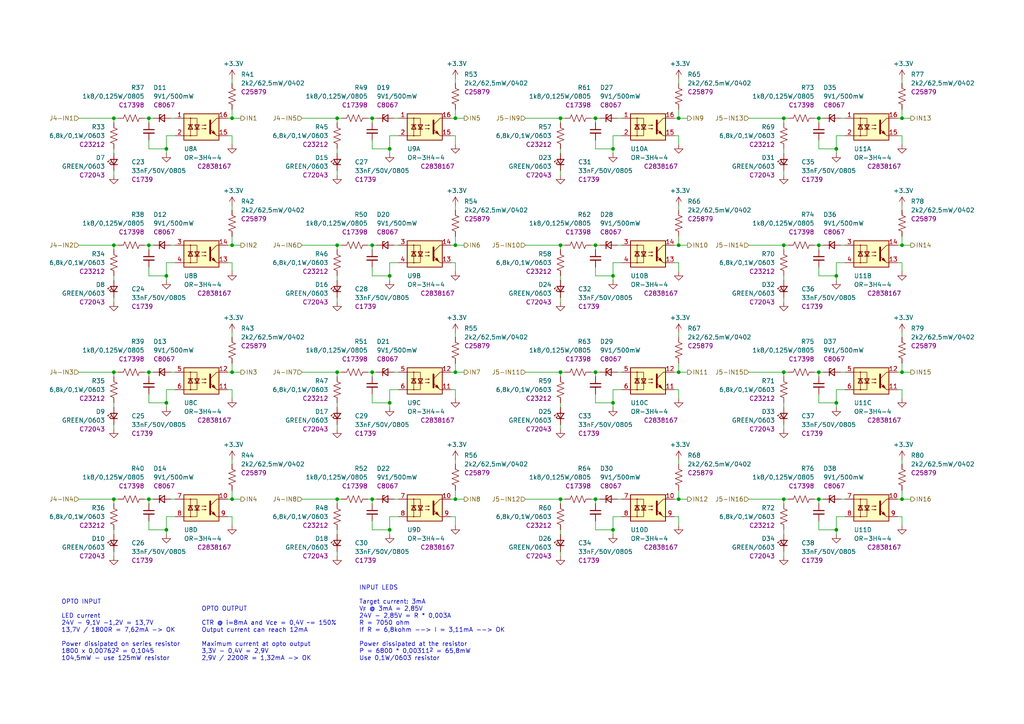
<source format=kicad_sch>
(kicad_sch (version 20230121) (generator eeschema)
  (paper "A4")
  (title_block (title "ESP 16x 24VDC Input 16x 24VDC Output Module") (date "2023-05-05") (rev "V3"))
  (junction (at 113.03 43.18))
  (junction (at 177.8 153.67))
  (junction (at 227.33 144.78))
  (junction (at 237.49 34.29))
  (junction (at 132.08 34.29))
  (junction (at 196.85 144.78))
  (junction (at 97.79 107.95))
  (junction (at 48.26 43.18))
  (junction (at 172.72 71.12))
  (junction (at 97.79 71.12))
  (junction (at 113.03 153.67))
  (junction (at 237.49 71.12))
  (junction (at 107.95 144.78))
  (junction (at 162.56 71.12))
  (junction (at 43.18 71.12))
  (junction (at 33.02 144.78))
  (junction (at 107.95 34.29))
  (junction (at 227.33 107.95))
  (junction (at 48.26 153.67))
  (junction (at 237.49 107.95))
  (junction (at 162.56 107.95))
  (junction (at 97.79 34.29))
  (junction (at 162.56 144.78))
  (junction (at 172.72 107.95))
  (junction (at 132.08 107.95))
  (junction (at 242.57 80.01))
  (junction (at 261.62 144.78))
  (junction (at 67.31 71.12))
  (junction (at 48.26 116.84))
  (junction (at 227.33 34.29))
  (junction (at 33.02 34.29))
  (junction (at 261.62 34.29))
  (junction (at 97.79 144.78))
  (junction (at 67.31 144.78))
  (junction (at 107.95 71.12))
  (junction (at 132.08 71.12))
  (junction (at 237.49 144.78))
  (junction (at 196.85 34.29))
  (junction (at 172.72 34.29))
  (junction (at 196.85 71.12))
  (junction (at 113.03 116.84))
  (junction (at 67.31 107.95))
  (junction (at 48.26 80.01))
  (junction (at 242.57 153.67))
  (junction (at 242.57 116.84))
  (junction (at 43.18 34.29))
  (junction (at 227.33 71.12))
  (junction (at 132.08 144.78))
  (junction (at 172.72 144.78))
  (junction (at 242.57 43.18))
  (junction (at 177.8 80.01))
  (junction (at 177.8 43.18))
  (junction (at 162.56 34.29))
  (junction (at 33.02 107.95))
  (junction (at 196.85 107.95))
  (junction (at 107.95 107.95))
  (junction (at 33.02 71.12))
  (junction (at 261.62 107.95))
  (junction (at 67.31 34.29))
  (junction (at 43.18 107.95))
  (junction (at 43.18 144.78))
  (junction (at 177.8 116.84))
  (junction (at 261.62 71.12))
  (junction (at 113.03 80.01))
  (wire (pts (xy 245.11 76.2) (xy 242.57 76.2)))
  (wire (pts (xy 107.95 151.13) (xy 107.95 153.67)))
  (wire (pts (xy 22.86 144.78) (xy 33.02 144.78)))
  (wire (pts (xy 130.81 34.29) (xy 132.08 34.29)))
  (wire (pts (xy 22.86 107.95) (xy 33.02 107.95)))
  (wire (pts (xy 196.85 22.86) (xy 196.85 24.13)))
  (wire (pts (xy 43.18 77.47) (xy 43.18 80.01)))
  (wire (pts (xy 227.33 160.02) (xy 227.33 161.29)))
  (wire (pts (xy 33.02 86.36) (xy 33.02 87.63)))
  (wire (pts (xy 67.31 39.37) (xy 67.31 41.91)))
  (wire (pts (xy 97.79 116.84) (xy 97.79 118.11)))
  (wire (pts (xy 177.8 153.67) (xy 177.8 154.94)))
  (wire (pts (xy 242.57 39.37) (xy 242.57 43.18)))
  (wire (pts (xy 172.72 107.95) (xy 173.99 107.95)))
  (wire (pts (xy 33.02 34.29) (xy 33.02 35.56)))
  (wire (pts (xy 196.85 59.69) (xy 196.85 60.96)))
  (wire (pts (xy 50.8 149.86) (xy 48.26 149.86)))
  (wire (pts (xy 227.33 34.29) (xy 227.33 35.56)))
  (wire (pts (xy 196.85 149.86) (xy 196.85 152.4)))
  (wire (pts (xy 217.17 34.29) (xy 227.33 34.29)))
  (wire (pts (xy 132.08 76.2) (xy 132.08 78.74)))
  (wire (pts (xy 162.56 80.01) (xy 162.56 81.28)))
  (wire (pts (xy 242.57 76.2) (xy 242.57 80.01)))
  (wire (pts (xy 114.3 71.12) (xy 115.57 71.12)))
  (wire (pts (xy 48.26 113.03) (xy 48.26 116.84)))
  (wire (pts (xy 242.57 116.84) (xy 242.57 118.11)))
  (wire (pts (xy 243.84 144.78) (xy 245.11 144.78)))
  (wire (pts (xy 162.56 153.67) (xy 162.56 154.94)))
  (wire (pts (xy 162.56 71.12) (xy 162.56 72.39)))
  (wire (pts (xy 237.49 80.01) (xy 242.57 80.01)))
  (wire (pts (xy 22.86 34.29) (xy 33.02 34.29)))
  (wire (pts (xy 242.57 43.18) (xy 242.57 44.45)))
  (wire (pts (xy 130.81 144.78) (xy 132.08 144.78)))
  (wire (pts (xy 195.58 34.29) (xy 196.85 34.29)))
  (wire (pts (xy 260.35 107.95) (xy 261.62 107.95)))
  (wire (pts (xy 97.79 144.78) (xy 99.06 144.78)))
  (wire (pts (xy 179.07 71.12) (xy 180.34 71.12)))
  (wire (pts (xy 43.18 151.13) (xy 43.18 153.67)))
  (wire (pts (xy 152.4 71.12) (xy 162.56 71.12)))
  (wire (pts (xy 243.84 34.29) (xy 245.11 34.29)))
  (wire (pts (xy 107.95 146.05) (xy 107.95 144.78)))
  (wire (pts (xy 180.34 149.86) (xy 177.8 149.86)))
  (wire (pts (xy 217.17 71.12) (xy 227.33 71.12)))
  (wire (pts (xy 227.33 123.19) (xy 227.33 124.46)))
  (wire (pts (xy 87.63 144.78) (xy 97.79 144.78)))
  (wire (pts (xy 172.72 146.05) (xy 172.72 144.78)))
  (wire (pts (xy 43.18 107.95) (xy 44.45 107.95)))
  (wire (pts (xy 195.58 39.37) (xy 196.85 39.37)))
  (wire (pts (xy 196.85 142.24) (xy 196.85 144.78)))
  (wire (pts (xy 227.33 49.53) (xy 227.33 50.8)))
  (wire (pts (xy 33.02 144.78) (xy 33.02 146.05)))
  (wire (pts (xy 237.49 114.3) (xy 237.49 116.84)))
  (wire (pts (xy 107.95 71.12) (xy 109.22 71.12)))
  (wire (pts (xy 195.58 107.95) (xy 196.85 107.95)))
  (wire (pts (xy 97.79 86.36) (xy 97.79 87.63)))
  (wire (pts (xy 245.11 113.03) (xy 242.57 113.03)))
  (wire (pts (xy 261.62 59.69) (xy 261.62 60.96)))
  (wire (pts (xy 237.49 109.22) (xy 237.49 107.95)))
  (wire (pts (xy 261.62 149.86) (xy 261.62 152.4)))
  (wire (pts (xy 237.49 72.39) (xy 237.49 71.12)))
  (wire (pts (xy 87.63 34.29) (xy 97.79 34.29)))
  (wire (pts (xy 227.33 144.78) (xy 228.6 144.78)))
  (wire (pts (xy 162.56 144.78) (xy 162.56 146.05)))
  (wire (pts (xy 130.81 107.95) (xy 132.08 107.95)))
  (wire (pts (xy 106.68 71.12) (xy 107.95 71.12)))
  (wire (pts (xy 41.91 34.29) (xy 43.18 34.29)))
  (wire (pts (xy 152.4 34.29) (xy 162.56 34.29)))
  (wire (pts (xy 237.49 107.95) (xy 238.76 107.95)))
  (wire (pts (xy 195.58 149.86) (xy 196.85 149.86)))
  (wire (pts (xy 106.68 107.95) (xy 107.95 107.95)))
  (wire (pts (xy 162.56 34.29) (xy 162.56 35.56)))
  (wire (pts (xy 260.35 76.2) (xy 261.62 76.2)))
  (wire (pts (xy 43.18 72.39) (xy 43.18 71.12)))
  (wire (pts (xy 132.08 22.86) (xy 132.08 24.13)))
  (wire (pts (xy 43.18 146.05) (xy 43.18 144.78)))
  (wire (pts (xy 43.18 114.3) (xy 43.18 116.84)))
  (wire (pts (xy 261.62 107.95) (xy 264.16 107.95)))
  (wire (pts (xy 171.45 34.29) (xy 172.72 34.29)))
  (wire (pts (xy 66.04 113.03) (xy 67.31 113.03)))
  (wire (pts (xy 48.26 116.84) (xy 48.26 118.11)))
  (wire (pts (xy 172.72 71.12) (xy 173.99 71.12)))
  (wire (pts (xy 132.08 142.24) (xy 132.08 144.78)))
  (wire (pts (xy 107.95 109.22) (xy 107.95 107.95)))
  (wire (pts (xy 180.34 39.37) (xy 177.8 39.37)))
  (wire (pts (xy 162.56 123.19) (xy 162.56 124.46)))
  (wire (pts (xy 172.72 109.22) (xy 172.72 107.95)))
  (wire (pts (xy 177.8 113.03) (xy 177.8 116.84)))
  (wire (pts (xy 196.85 133.35) (xy 196.85 134.62)))
  (wire (pts (xy 97.79 34.29) (xy 99.06 34.29)))
  (wire (pts (xy 33.02 107.95) (xy 34.29 107.95)))
  (wire (pts (xy 33.02 107.95) (xy 33.02 109.22)))
  (wire (pts (xy 132.08 39.37) (xy 132.08 41.91)))
  (wire (pts (xy 172.72 35.56) (xy 172.72 34.29)))
  (wire (pts (xy 196.85 71.12) (xy 199.39 71.12)))
  (wire (pts (xy 67.31 76.2) (xy 67.31 78.74)))
  (wire (pts (xy 243.84 107.95) (xy 245.11 107.95)))
  (wire (pts (xy 41.91 71.12) (xy 43.18 71.12)))
  (wire (pts (xy 132.08 59.69) (xy 132.08 60.96)))
  (wire (pts (xy 179.07 107.95) (xy 180.34 107.95)))
  (wire (pts (xy 67.31 71.12) (xy 69.85 71.12)))
  (wire (pts (xy 67.31 31.75) (xy 67.31 34.29)))
  (wire (pts (xy 227.33 86.36) (xy 227.33 87.63)))
  (wire (pts (xy 67.31 96.52) (xy 67.31 97.79)))
  (wire (pts (xy 237.49 116.84) (xy 242.57 116.84)))
  (wire (pts (xy 217.17 107.95) (xy 227.33 107.95)))
  (wire (pts (xy 43.18 34.29) (xy 44.45 34.29)))
  (wire (pts (xy 115.57 39.37) (xy 113.03 39.37)))
  (wire (pts (xy 113.03 113.03) (xy 113.03 116.84)))
  (wire (pts (xy 107.95 153.67) (xy 113.03 153.67)))
  (wire (pts (xy 162.56 34.29) (xy 163.83 34.29)))
  (wire (pts (xy 48.26 153.67) (xy 48.26 154.94)))
  (wire (pts (xy 33.02 116.84) (xy 33.02 118.11)))
  (wire (pts (xy 162.56 86.36) (xy 162.56 87.63)))
  (wire (pts (xy 107.95 144.78) (xy 109.22 144.78)))
  (wire (pts (xy 33.02 123.19) (xy 33.02 124.46)))
  (wire (pts (xy 172.72 77.47) (xy 172.72 80.01)))
  (wire (pts (xy 171.45 107.95) (xy 172.72 107.95)))
  (wire (pts (xy 132.08 133.35) (xy 132.08 134.62)))
  (wire (pts (xy 48.26 76.2) (xy 48.26 80.01)))
  (wire (pts (xy 227.33 34.29) (xy 228.6 34.29)))
  (wire (pts (xy 113.03 39.37) (xy 113.03 43.18)))
  (wire (pts (xy 113.03 80.01) (xy 113.03 81.28)))
  (wire (pts (xy 43.18 35.56) (xy 43.18 34.29)))
  (wire (pts (xy 114.3 107.95) (xy 115.57 107.95)))
  (wire (pts (xy 180.34 113.03) (xy 177.8 113.03)))
  (wire (pts (xy 33.02 43.18) (xy 33.02 44.45)))
  (wire (pts (xy 49.53 107.95) (xy 50.8 107.95)))
  (wire (pts (xy 171.45 71.12) (xy 172.72 71.12)))
  (wire (pts (xy 236.22 144.78) (xy 237.49 144.78)))
  (wire (pts (xy 41.91 144.78) (xy 43.18 144.78)))
  (wire (pts (xy 177.8 116.84) (xy 177.8 118.11)))
  (wire (pts (xy 33.02 49.53) (xy 33.02 50.8)))
  (wire (pts (xy 43.18 40.64) (xy 43.18 43.18)))
  (wire (pts (xy 33.02 80.01) (xy 33.02 81.28)))
  (wire (pts (xy 43.18 71.12) (xy 44.45 71.12)))
  (wire (pts (xy 43.18 43.18) (xy 48.26 43.18)))
  (wire (pts (xy 43.18 144.78) (xy 44.45 144.78)))
  (wire (pts (xy 237.49 40.64) (xy 237.49 43.18)))
  (wire (pts (xy 196.85 113.03) (xy 196.85 115.57)))
  (wire (pts (xy 177.8 39.37) (xy 177.8 43.18)))
  (wire (pts (xy 106.68 144.78) (xy 107.95 144.78)))
  (wire (pts (xy 132.08 31.75) (xy 132.08 34.29)))
  (wire (pts (xy 97.79 123.19) (xy 97.79 124.46)))
  (wire (pts (xy 236.22 71.12) (xy 237.49 71.12)))
  (wire (pts (xy 162.56 43.18) (xy 162.56 44.45)))
  (wire (pts (xy 114.3 144.78) (xy 115.57 144.78)))
  (wire (pts (xy 227.33 144.78) (xy 227.33 146.05)))
  (wire (pts (xy 237.49 153.67) (xy 242.57 153.67)))
  (wire (pts (xy 132.08 144.78) (xy 134.62 144.78)))
  (wire (pts (xy 66.04 144.78) (xy 67.31 144.78)))
  (wire (pts (xy 242.57 113.03) (xy 242.57 116.84)))
  (wire (pts (xy 237.49 43.18) (xy 242.57 43.18)))
  (wire (pts (xy 171.45 144.78) (xy 172.72 144.78)))
  (wire (pts (xy 227.33 80.01) (xy 227.33 81.28)))
  (wire (pts (xy 107.95 80.01) (xy 113.03 80.01)))
  (wire (pts (xy 130.81 113.03) (xy 132.08 113.03)))
  (wire (pts (xy 48.26 80.01) (xy 48.26 81.28)))
  (wire (pts (xy 227.33 43.18) (xy 227.33 44.45)))
  (wire (pts (xy 196.85 34.29) (xy 199.39 34.29)))
  (wire (pts (xy 97.79 80.01) (xy 97.79 81.28)))
  (wire (pts (xy 115.57 113.03) (xy 113.03 113.03)))
  (wire (pts (xy 227.33 71.12) (xy 228.6 71.12)))
  (wire (pts (xy 50.8 39.37) (xy 48.26 39.37)))
  (wire (pts (xy 261.62 68.58) (xy 261.62 71.12)))
  (wire (pts (xy 33.02 160.02) (xy 33.02 161.29)))
  (wire (pts (xy 162.56 116.84) (xy 162.56 118.11)))
  (wire (pts (xy 217.17 144.78) (xy 227.33 144.78)))
  (wire (pts (xy 162.56 49.53) (xy 162.56 50.8)))
  (wire (pts (xy 261.62 31.75) (xy 261.62 34.29)))
  (wire (pts (xy 172.72 153.67) (xy 177.8 153.67)))
  (wire (pts (xy 132.08 71.12) (xy 134.62 71.12)))
  (wire (pts (xy 237.49 146.05) (xy 237.49 144.78)))
  (wire (pts (xy 236.22 34.29) (xy 237.49 34.29)))
  (wire (pts (xy 113.03 76.2) (xy 113.03 80.01)))
  (wire (pts (xy 66.04 76.2) (xy 67.31 76.2)))
  (wire (pts (xy 113.03 116.84) (xy 113.03 118.11)))
  (wire (pts (xy 179.07 34.29) (xy 180.34 34.29)))
  (wire (pts (xy 97.79 34.29) (xy 97.79 35.56)))
  (wire (pts (xy 33.02 144.78) (xy 34.29 144.78)))
  (wire (pts (xy 43.18 153.67) (xy 48.26 153.67)))
  (wire (pts (xy 50.8 113.03) (xy 48.26 113.03)))
  (wire (pts (xy 237.49 35.56) (xy 237.49 34.29)))
  (wire (pts (xy 67.31 34.29) (xy 69.85 34.29)))
  (wire (pts (xy 236.22 107.95) (xy 237.49 107.95)))
  (wire (pts (xy 67.31 133.35) (xy 67.31 134.62)))
  (wire (pts (xy 177.8 80.01) (xy 177.8 81.28)))
  (wire (pts (xy 107.95 35.56) (xy 107.95 34.29)))
  (wire (pts (xy 172.72 114.3) (xy 172.72 116.84)))
  (wire (pts (xy 227.33 116.84) (xy 227.33 118.11)))
  (wire (pts (xy 172.72 80.01) (xy 177.8 80.01)))
  (wire (pts (xy 67.31 68.58) (xy 67.31 71.12)))
  (wire (pts (xy 87.63 71.12) (xy 97.79 71.12)))
  (wire (pts (xy 67.31 59.69) (xy 67.31 60.96)))
  (wire (pts (xy 261.62 96.52) (xy 261.62 97.79)))
  (wire (pts (xy 97.79 160.02) (xy 97.79 161.29)))
  (wire (pts (xy 66.04 107.95) (xy 67.31 107.95)))
  (wire (pts (xy 237.49 151.13) (xy 237.49 153.67)))
  (wire (pts (xy 97.79 71.12) (xy 97.79 72.39)))
  (wire (pts (xy 67.31 113.03) (xy 67.31 115.57)))
  (wire (pts (xy 107.95 40.64) (xy 107.95 43.18)))
  (wire (pts (xy 107.95 34.29) (xy 109.22 34.29)))
  (wire (pts (xy 152.4 144.78) (xy 162.56 144.78)))
  (wire (pts (xy 242.57 80.01) (xy 242.57 81.28)))
  (wire (pts (xy 227.33 107.95) (xy 227.33 109.22)))
  (wire (pts (xy 50.8 76.2) (xy 48.26 76.2)))
  (wire (pts (xy 261.62 22.86) (xy 261.62 24.13)))
  (wire (pts (xy 33.02 153.67) (xy 33.02 154.94)))
  (wire (pts (xy 33.02 71.12) (xy 33.02 72.39)))
  (wire (pts (xy 227.33 71.12) (xy 227.33 72.39)))
  (wire (pts (xy 107.95 116.84) (xy 113.03 116.84)))
  (wire (pts (xy 196.85 68.58) (xy 196.85 71.12)))
  (wire (pts (xy 261.62 105.41) (xy 261.62 107.95)))
  (wire (pts (xy 260.35 39.37) (xy 261.62 39.37)))
  (wire (pts (xy 162.56 144.78) (xy 163.83 144.78)))
  (wire (pts (xy 41.91 107.95) (xy 43.18 107.95)))
  (wire (pts (xy 242.57 153.67) (xy 242.57 154.94)))
  (wire (pts (xy 22.86 71.12) (xy 33.02 71.12)))
  (wire (pts (xy 97.79 43.18) (xy 97.79 44.45)))
  (wire (pts (xy 132.08 113.03) (xy 132.08 115.57)))
  (wire (pts (xy 177.8 149.86) (xy 177.8 153.67)))
  (wire (pts (xy 130.81 71.12) (xy 132.08 71.12)))
  (wire (pts (xy 107.95 114.3) (xy 107.95 116.84)))
  (wire (pts (xy 261.62 144.78) (xy 264.16 144.78)))
  (wire (pts (xy 66.04 39.37) (xy 67.31 39.37)))
  (wire (pts (xy 130.81 149.86) (xy 132.08 149.86)))
  (wire (pts (xy 261.62 142.24) (xy 261.62 144.78)))
  (wire (pts (xy 196.85 39.37) (xy 196.85 41.91)))
  (wire (pts (xy 49.53 34.29) (xy 50.8 34.29)))
  (wire (pts (xy 107.95 107.95) (xy 109.22 107.95)))
  (wire (pts (xy 97.79 107.95) (xy 97.79 109.22)))
  (wire (pts (xy 132.08 96.52) (xy 132.08 97.79)))
  (wire (pts (xy 195.58 144.78) (xy 196.85 144.78)))
  (wire (pts (xy 130.81 76.2) (xy 132.08 76.2)))
  (wire (pts (xy 260.35 113.03) (xy 261.62 113.03)))
  (wire (pts (xy 162.56 107.95) (xy 163.83 107.95)))
  (wire (pts (xy 113.03 43.18) (xy 113.03 44.45)))
  (wire (pts (xy 261.62 113.03) (xy 261.62 115.57)))
  (wire (pts (xy 67.31 105.41) (xy 67.31 107.95)))
  (wire (pts (xy 67.31 144.78) (xy 69.85 144.78)))
  (wire (pts (xy 132.08 34.29) (xy 134.62 34.29)))
  (wire (pts (xy 172.72 151.13) (xy 172.72 153.67)))
  (wire (pts (xy 172.72 144.78) (xy 173.99 144.78)))
  (wire (pts (xy 260.35 149.86) (xy 261.62 149.86)))
  (wire (pts (xy 196.85 107.95) (xy 199.39 107.95)))
  (wire (pts (xy 162.56 160.02) (xy 162.56 161.29)))
  (wire (pts (xy 97.79 71.12) (xy 99.06 71.12)))
  (wire (pts (xy 227.33 107.95) (xy 228.6 107.95)))
  (wire (pts (xy 48.26 39.37) (xy 48.26 43.18)))
  (wire (pts (xy 261.62 71.12) (xy 264.16 71.12)))
  (wire (pts (xy 66.04 71.12) (xy 67.31 71.12)))
  (wire (pts (xy 243.84 71.12) (xy 245.11 71.12)))
  (wire (pts (xy 162.56 107.95) (xy 162.56 109.22)))
  (wire (pts (xy 67.31 107.95) (xy 69.85 107.95)))
  (wire (pts (xy 195.58 113.03) (xy 196.85 113.03)))
  (wire (pts (xy 67.31 142.24) (xy 67.31 144.78)))
  (wire (pts (xy 130.81 39.37) (xy 132.08 39.37)))
  (wire (pts (xy 162.56 71.12) (xy 163.83 71.12)))
  (wire (pts (xy 107.95 72.39) (xy 107.95 71.12)))
  (wire (pts (xy 260.35 34.29) (xy 261.62 34.29)))
  (wire (pts (xy 261.62 39.37) (xy 261.62 41.91)))
  (wire (pts (xy 115.57 149.86) (xy 113.03 149.86)))
  (wire (pts (xy 261.62 34.29) (xy 264.16 34.29)))
  (wire (pts (xy 97.79 153.67) (xy 97.79 154.94)))
  (wire (pts (xy 113.03 153.67) (xy 113.03 154.94)))
  (wire (pts (xy 180.34 76.2) (xy 177.8 76.2)))
  (wire (pts (xy 33.02 34.29) (xy 34.29 34.29)))
  (wire (pts (xy 132.08 68.58) (xy 132.08 71.12)))
  (wire (pts (xy 107.95 77.47) (xy 107.95 80.01)))
  (wire (pts (xy 97.79 49.53) (xy 97.79 50.8)))
  (wire (pts (xy 49.53 71.12) (xy 50.8 71.12)))
  (wire (pts (xy 261.62 133.35) (xy 261.62 134.62)))
  (wire (pts (xy 106.68 34.29) (xy 107.95 34.29)))
  (wire (pts (xy 43.18 116.84) (xy 48.26 116.84)))
  (wire (pts (xy 33.02 71.12) (xy 34.29 71.12)))
  (wire (pts (xy 196.85 96.52) (xy 196.85 97.79)))
  (wire (pts (xy 172.72 40.64) (xy 172.72 43.18)))
  (wire (pts (xy 237.49 34.29) (xy 238.76 34.29)))
  (wire (pts (xy 177.8 76.2) (xy 177.8 80.01)))
  (wire (pts (xy 237.49 144.78) (xy 238.76 144.78)))
  (wire (pts (xy 66.04 149.86) (xy 67.31 149.86)))
  (wire (pts (xy 242.57 149.86) (xy 242.57 153.67)))
  (wire (pts (xy 152.4 107.95) (xy 162.56 107.95)))
  (wire (pts (xy 172.72 72.39) (xy 172.72 71.12)))
  (wire (pts (xy 195.58 76.2) (xy 196.85 76.2)))
  (wire (pts (xy 48.26 43.18) (xy 48.26 44.45)))
  (wire (pts (xy 237.49 71.12) (xy 238.76 71.12)))
  (wire (pts (xy 195.58 71.12) (xy 196.85 71.12)))
  (wire (pts (xy 172.72 116.84) (xy 177.8 116.84)))
  (wire (pts (xy 115.57 76.2) (xy 113.03 76.2)))
  (wire (pts (xy 107.95 43.18) (xy 113.03 43.18)))
  (wire (pts (xy 97.79 107.95) (xy 99.06 107.95)))
  (wire (pts (xy 261.62 76.2) (xy 261.62 78.74)))
  (wire (pts (xy 113.03 149.86) (xy 113.03 153.67)))
  (wire (pts (xy 196.85 31.75) (xy 196.85 34.29)))
  (wire (pts (xy 67.31 149.86) (xy 67.31 152.4)))
  (wire (pts (xy 97.79 144.78) (xy 97.79 146.05)))
  (wire (pts (xy 245.11 39.37) (xy 242.57 39.37)))
  (wire (pts (xy 196.85 105.41) (xy 196.85 107.95)))
  (wire (pts (xy 177.8 43.18) (xy 177.8 44.45)))
  (wire (pts (xy 196.85 76.2) (xy 196.85 78.74)))
  (wire (pts (xy 132.08 149.86) (xy 132.08 152.4)))
  (wire (pts (xy 43.18 80.01) (xy 48.26 80.01)))
  (wire (pts (xy 49.53 144.78) (xy 50.8 144.78)))
  (wire (pts (xy 132.08 105.41) (xy 132.08 107.95)))
  (wire (pts (xy 172.72 43.18) (xy 177.8 43.18)))
  (wire (pts (xy 237.49 77.47) (xy 237.49 80.01)))
  (wire (pts (xy 196.85 144.78) (xy 199.39 144.78)))
  (wire (pts (xy 227.33 153.67) (xy 227.33 154.94)))
  (wire (pts (xy 179.07 144.78) (xy 180.34 144.78)))
  (wire (pts (xy 245.11 149.86) (xy 242.57 149.86)))
  (wire (pts (xy 67.31 22.86) (xy 67.31 24.13)))
  (wire (pts (xy 43.18 109.22) (xy 43.18 107.95)))
  (wire (pts (xy 132.08 107.95) (xy 134.62 107.95)))
  (wire (pts (xy 260.35 144.78) (xy 261.62 144.78)))
  (wire (pts (xy 87.63 107.95) (xy 97.79 107.95)))
  (wire (pts (xy 114.3 34.29) (xy 115.57 34.29)))
  (wire (pts (xy 172.72 34.29) (xy 173.99 34.29)))
  (wire (pts (xy 66.04 34.29) (xy 67.31 34.29)))
  (wire (pts (xy 260.35 71.12) (xy 261.62 71.12)))
  (wire (pts (xy 48.26 149.86) (xy 48.26 153.67)))
  (text "OPTO INPUT\n\nLED current\n24V - 9,1V -1,2V = 13,7V\n13,7V / 1800R = 7,62mA -> OK\n\nPower dissipated on series resistor\n1800 x 0,00762^{2} = 0,1045\n104,5mW - use 125mW resistor" (at 17.78 191.77 0) (effects (font (size 1.27 1.27)) (justify left bottom)))
  (text "OPTO OUTPUT\n\nCTR @ i=8mA and Vce = 0,4V ~= 150%\nOutput current can reach 12mA\n\nMaximum current at opto output\n3,3V - 0,4V = 2,9V\n2,9V / 2200R = 1,32mA -> OK" (at 58.42 191.77 0) (effects (font (size 1.27 1.27)) (justify left bottom)))
  (text "INPUT LEDS\n\nTarget current: 3mA\nV_{F} @ 3mA = 2,85V\n24V - 2,85V = R * 0,003A\nR = 7050 ohm\nIf R = 6,8kohm --> I = 3,11mA --> OK\n\nPower dissipated at the resistor\nP = 6800 * 0,00311^{2} = 65,8mW\nUse 0,1W/0603 resistor" (at 104.14 191.77 0) (effects (font (size 1.27 1.27)) (justify left bottom)))
  (hierarchical_label "IN10" (shape output) (at 199.39 71.12 0))
  (hierarchical_label "IN6" (shape output) (at 134.62 71.12 0))
  (hierarchical_label "IN9" (shape output) (at 199.39 34.29 0))
  (hierarchical_label "IN11" (shape output) (at 199.39 107.95 0))
  (hierarchical_label "J4-IN8" (shape input) (at 87.63 144.78 180))
  (hierarchical_label "IN3" (shape output) (at 69.85 107.95 0))
  (hierarchical_label "J4-IN2" (shape input) (at 22.86 71.12 180))
  (hierarchical_label "IN4" (shape output) (at 69.85 144.78 0))
  (hierarchical_label "IN1" (shape output) (at 69.85 34.29 0))
  (hierarchical_label "IN16" (shape output) (at 264.16 144.78 0))
  (hierarchical_label "IN15" (shape output) (at 264.16 107.95 0))
  (hierarchical_label "J4-IN6" (shape input) (at 87.63 71.12 180))
  (hierarchical_label "J4-IN4" (shape input) (at 22.86 144.78 180))
  (hierarchical_label "J5-IN13" (shape input) (at 217.17 34.29 180))
  (hierarchical_label "IN14" (shape output) (at 264.16 71.12 0))
  (hierarchical_label "J5-IN15" (shape input) (at 217.17 107.95 180))
  (hierarchical_label "J4-IN5" (shape input) (at 87.63 34.29 180))
  (hierarchical_label "IN13" (shape output) (at 264.16 34.29 0))
  (hierarchical_label "IN7" (shape output) (at 134.62 107.95 0))
  (hierarchical_label "IN2" (shape output) (at 69.85 71.12 0))
  (hierarchical_label "J5-IN16" (shape input) (at 217.17 144.78 180))
  (hierarchical_label "J5-IN9" (shape input) (at 152.4 34.29 180))
  (hierarchical_label "J5-IN10" (shape input) (at 152.4 71.12 180))
  (hierarchical_label "IN12" (shape output) (at 199.39 144.78 0))
  (hierarchical_label "IN8" (shape output) (at 134.62 144.78 0))
  (hierarchical_label "J5-IN11" (shape input) (at 152.4 107.95 180))
  (hierarchical_label "J4-IN3" (shape input) (at 22.86 107.95 180))
  (hierarchical_label "J4-IN7" (shape input) (at 87.63 107.95 180))
  (hierarchical_label "J4-IN1" (shape input) (at 22.86 34.29 180))
  (hierarchical_label "J5-IN14" (shape input) (at 217.17 71.12 180))
  (hierarchical_label "J5-IN12" (shape input) (at 152.4 144.78 180))
  (hierarchical_label "IN5" (shape output) (at 134.62 34.29 0))
  (symbol (lib_id "Tales:OR-3H4-4") (at 252.73 73.66 0) (unit 2)
    (property "Reference" "U11" (at 247.65 80.01 0) (effects (justify left)))
    (property "Value" "OR-3H4-4" (at 247.65 82.55 0) (effects (justify left)))
    (property "Footprint" "Package_SO:SOP-16_4.4x10.4mm_P1.27mm" (effects hide))
    (property "JLCPCB BOM" "1" (effects hide))
    (property "LCSC Part #" "C2838167" (at 251.46 85.09 0) (effects (justify left)))
    (property "Mfr PN" "OR-3H4-4GB-TA1-GK" (effects hide))
    (property "Vendor PN" "C2838167" (effects hide))
    (property "Case" "SOP-16-4.4" (effects hide))
    (property "Mfr" "Orient" (effects hide))
    (property "Vendor" "JLCPCB" (effects hide))
  )
  (symbol (lib_id "power:GND") (at 261.62 41.91 0) (unit 1)
    (property "Reference" "#PWR0130" (effects hide))
    (property "Value" "GNDREF" (effects hide))
  )
  (symbol (lib_id "Device:R_US") (at 227.33 76.2 0) (unit 1)
    (property "Reference" "R70" (at 224.79 73.66 0) (effects (justify right)))
    (property "Value" "6,8k/0,1W/0603" (at 224.79 76.2 0) (effects (justify right)))
    (property "Footprint" "Tales:R_0603_1608Metric" (effects hide))
    (property "Case" "0603/1608" (effects hide))
    (property "Mfr" "Uniroyal" (effects hide))
    (property "Mfr PN" "0603WAF6801T5E" (effects hide))
    (property "Vendor" "JLCPCB" (effects hide))
    (property "Vendor PN" "C23212" (effects hide))
    (property "LCSC Part #" "C23212" (at 224.79 78.74 0) (effects (justify right)))
    (property "JLCPCB BOM" "1" (effects hide))
  )
  (symbol (lib_id "power:GND") (at 48.26 44.45 0) (unit 1)
    (property "Reference" "#PWR077" (effects hide))
    (property "Value" "GNDREF" (effects hide))
  )
  (symbol (lib_id "Device:C_Small") (at 107.95 148.59 0) (unit 1)
    (property "Reference" "C30" (at 102.87 157.48 0) (effects (justify left)))
    (property "Value" "33nF/50V/0805" (at 102.87 160.02 0) (effects (justify left)))
    (property "Footprint" "Tales:C_0805_2012Metric" (effects hide))
    (property "Technology" "Ceramic" (effects hide))
    (property "Case" "0805/2012" (effects hide))
    (property "Mfr" "FH" (effects hide))
    (property "Mfr PN" "0805B333K500NT" (effects hide))
    (property "Vendor" "JLCPCB" (effects hide))
    (property "Vendor PN" "C1739" (effects hide))
    (property "LCSC Part #" "C1739" (at 102.87 162.56 0) (effects (justify left)))
    (property "JLCPCB BOM" "1" (effects hide))
  )
  (symbol (lib_id "Device:R_US") (at 167.64 34.29 270) (unit 1)
    (property "Reference" "R61" (at 171.45 25.4 90) (effects (justify right)))
    (property "Value" "1k8/0,125W/0805" (at 171.45 27.94 90) (effects (justify right)))
    (property "Footprint" "Tales:R_0805_2012Metric" (effects hide))
    (property "Case" "0805/2012" (effects hide))
    (property "Mfr" "Uniroyal" (effects hide))
    (property "Vendor" "JLCPCB" (effects hide))
    (property "Mfr PN" "0805W8F1801T5E" (effects hide))
    (property "Vendor PN" "C17398" (effects hide))
    (property "LCSC Part #" "C17398" (at 171.45 30.48 90) (effects (justify right)))
    (property "JLCPCB BOM" "1" (effects hide))
  )
  (symbol (lib_id "Device:LED_Small") (at 33.02 46.99 90) (unit 1)
    (property "Reference" "D7" (at 30.48 45.72 90) (effects (justify left)))
    (property "Value" "GREEN/0603" (at 30.48 48.26 90) (effects (justify left)))
    (property "Footprint" "Tales:LED_0603_1608Metric" (effects hide))
    (property "Case" "0603" (effects hide))
    (property "Mfr" "Everlight" (effects hide))
    (property "Mfr PN" "19-217/GHC-YR1S2/3T" (effects hide))
    (property "Vendor" "JLCPCB" (effects hide))
    (property "Vendor PN" "C72043" (effects hide))
    (property "LCSC Part #" "C72043" (at 30.48 50.8 90) (effects (justify left)))
    (property "JLCPCB BOM" "1" (effects hide))
  )
  (symbol (lib_id "Device:C_Small") (at 237.49 38.1 0) (unit 1)
    (property "Reference" "C35" (at 232.41 46.99 0) (effects (justify left)))
    (property "Value" "33nF/50V/0805" (at 232.41 49.53 0) (effects (justify left)))
    (property "Footprint" "Tales:C_0805_2012Metric" (effects hide))
    (property "Technology" "Ceramic" (effects hide))
    (property "Case" "0805/2012" (effects hide))
    (property "Mfr" "FH" (effects hide))
    (property "Mfr PN" "0805B333K500NT" (effects hide))
    (property "Vendor" "JLCPCB" (effects hide))
    (property "Vendor PN" "C1739" (effects hide))
    (property "LCSC Part #" "C1739" (at 232.41 52.07 0) (effects (justify left)))
    (property "JLCPCB BOM" "1" (effects hide))
  )
  (symbol (lib_id "power:GND") (at 48.26 81.28 0) (unit 1)
    (property "Reference" "#PWR078" (effects hide))
    (property "Value" "GNDREF" (effects hide))
  )
  (symbol (lib_id "Device:C_Small") (at 43.18 111.76 0) (unit 1)
    (property "Reference" "C25" (at 38.1 120.65 0) (effects (justify left)))
    (property "Value" "33nF/50V/0805" (at 38.1 123.19 0) (effects (justify left)))
    (property "Footprint" "Tales:C_0805_2012Metric" (effects hide))
    (property "Technology" "Ceramic" (effects hide))
    (property "Case" "0805/2012" (effects hide))
    (property "Mfr" "FH" (effects hide))
    (property "Mfr PN" "0805B333K500NT" (effects hide))
    (property "Vendor" "JLCPCB" (effects hide))
    (property "Vendor PN" "C1739" (effects hide))
    (property "LCSC Part #" "C1739" (at 38.1 125.73 0) (effects (justify left)))
    (property "JLCPCB BOM" "1" (effects hide))
  )
  (symbol (lib_id "Device:R_US") (at 97.79 113.03 0) (unit 1)
    (property "Reference" "R47" (at 95.25 110.49 0) (effects (justify right)))
    (property "Value" "6,8k/0,1W/0603" (at 95.25 113.03 0) (effects (justify right)))
    (property "Footprint" "Tales:R_0603_1608Metric" (effects hide))
    (property "Case" "0603/1608" (effects hide))
    (property "Mfr" "Uniroyal" (effects hide))
    (property "Mfr PN" "0603WAF6801T5E" (effects hide))
    (property "Vendor" "JLCPCB" (effects hide))
    (property "Vendor PN" "C23212" (effects hide))
    (property "LCSC Part #" "C23212" (at 95.25 115.57 0) (effects (justify right)))
    (property "JLCPCB BOM" "1" (effects hide))
  )
  (symbol (lib_id "power:GND") (at 132.08 41.91 0) (unit 1)
    (property "Reference" "#PWR098" (effects hide))
    (property "Value" "GNDREF" (effects hide))
  )
  (symbol (lib_id "Device:LED_Small") (at 162.56 120.65 90) (unit 1)
    (property "Reference" "D25" (at 160.02 119.38 90) (effects (justify left)))
    (property "Value" "GREEN/0603" (at 160.02 121.92 90) (effects (justify left)))
    (property "Footprint" "Tales:LED_0603_1608Metric" (effects hide))
    (property "Case" "0603" (effects hide))
    (property "Mfr" "Everlight" (effects hide))
    (property "Mfr PN" "19-217/GHC-YR1S2/3T" (effects hide))
    (property "Vendor" "JLCPCB" (effects hide))
    (property "Vendor PN" "C72043" (effects hide))
    (property "LCSC Part #" "C72043" (at 160.02 124.46 90) (effects (justify left)))
    (property "JLCPCB BOM" "1" (effects hide))
  )
  (symbol (lib_id "power:GND") (at 261.62 115.57 0) (unit 1)
    (property "Reference" "#PWR0134" (effects hide))
    (property "Value" "GNDREF" (effects hide))
  )
  (symbol (lib_id "Device:R_US") (at 67.31 27.94 0) (unit 1)
    (property "Reference" "R41" (at 69.85 21.59 0) (effects (justify left)))
    (property "Value" "2k2/62,5mW/0402" (at 69.85 24.13 0) (effects (justify left)))
    (property "Footprint" "Tales:R_0402_1005Metric" (effects hide))
    (property "Case" "0402/1005" (effects hide))
    (property "Mfr" "Uniroyal" (effects hide))
    (property "Vendor" "JLCPCB" (effects hide))
    (property "Mfr PN" "0402WGF2201TCE" (effects hide))
    (property "Vendor PN" "C25879" (effects hide))
    (property "LCSC Part #" "C25879" (at 69.85 26.67 0) (effects (justify left)))
    (property "JLCPCB BOM" "1" (effects hide))
  )
  (symbol (lib_id "Device:LED_Small") (at 97.79 83.82 90) (unit 1)
    (property "Reference" "D16" (at 95.25 82.55 90) (effects (justify left)))
    (property "Value" "GREEN/0603" (at 95.25 85.09 90) (effects (justify left)))
    (property "Footprint" "Tales:LED_0603_1608Metric" (effects hide))
    (property "Case" "0603" (effects hide))
    (property "Mfr" "Everlight" (effects hide))
    (property "Mfr PN" "19-217/GHC-YR1S2/3T" (effects hide))
    (property "Vendor" "JLCPCB" (effects hide))
    (property "Vendor PN" "C72043" (effects hide))
    (property "LCSC Part #" "C72043" (at 95.25 87.63 90) (effects (justify left)))
    (property "JLCPCB BOM" "1" (effects hide))
  )
  (symbol (lib_id "Device:C_Small") (at 237.49 148.59 0) (unit 1)
    (property "Reference" "C38" (at 232.41 157.48 0) (effects (justify left)))
    (property "Value" "33nF/50V/0805" (at 232.41 160.02 0) (effects (justify left)))
    (property "Footprint" "Tales:C_0805_2012Metric" (effects hide))
    (property "Technology" "Ceramic" (effects hide))
    (property "Case" "0805/2012" (effects hide))
    (property "Mfr" "FH" (effects hide))
    (property "Mfr PN" "0805B333K500NT" (effects hide))
    (property "Vendor" "JLCPCB" (effects hide))
    (property "Vendor PN" "C1739" (effects hide))
    (property "LCSC Part #" "C1739" (at 232.41 162.56 0) (effects (justify left)))
    (property "JLCPCB BOM" "1" (effects hide))
  )
  (symbol (lib_id "power:GND") (at 67.31 115.57 0) (unit 1)
    (property "Reference" "#PWR086" (effects hide))
    (property "Value" "GNDREF" (effects hide))
  )
  (symbol (lib_id "Device:R_US") (at 232.41 144.78 270) (unit 1)
    (property "Reference" "R76" (at 236.22 135.89 90) (effects (justify right)))
    (property "Value" "1k8/0,125W/0805" (at 236.22 138.43 90) (effects (justify right)))
    (property "Footprint" "Tales:R_0805_2012Metric" (effects hide))
    (property "Case" "0805/2012" (effects hide))
    (property "Mfr" "Uniroyal" (effects hide))
    (property "Vendor" "JLCPCB" (effects hide))
    (property "Mfr PN" "0805W8F1801T5E" (effects hide))
    (property "Vendor PN" "C17398" (effects hide))
    (property "LCSC Part #" "C17398" (at 236.22 140.97 90) (effects (justify right)))
    (property "JLCPCB BOM" "1" (effects hide))
  )
  (symbol (lib_id "power:GND") (at 177.8 44.45 0) (unit 1)
    (property "Reference" "#PWR0109" (effects hide))
    (property "Value" "GNDREF" (effects hide))
  )
  (symbol (lib_id "power:GND") (at 33.02 87.63 0) (unit 1)
    (property "Reference" "#PWR074" (effects hide))
    (property "Value" "GNDREF" (effects hide))
  )
  (symbol (lib_id "power:GND") (at 162.56 161.29 0) (unit 1)
    (property "Reference" "#PWR0108" (effects hide))
    (property "Value" "GNDREF" (effects hide))
  )
  (symbol (lib_id "Device:D_Zener_Small") (at 111.76 107.95 0) (unit 1)
    (property "Reference" "D21" (at 109.22 99.06 0) (effects (justify left)))
    (property "Value" "9V1/500mW" (at 109.22 101.6 0) (effects (justify left)))
    (property "Footprint" "Diode_SMD:D_MiniMELF" (effects hide))
    (property "Case" "Mini-MELF" (effects hide))
    (property "Mfr" "Semtech" (effects hide))
    (property "Mfr PN" "ZMM9V1-M" (effects hide))
    (property "Vendor" "JLCPCB" (effects hide))
    (property "Vendor PN" "C8067" (effects hide))
    (property "JLCPCB BOM" "1" (effects hide))
    (property "LCSC Part #" "C8067" (at 109.22 104.14 0) (effects (justify left)))
  )
  (symbol (lib_id "Device:R_US") (at 102.87 107.95 270) (unit 1)
    (property "Reference" "R51" (at 106.68 99.06 90) (effects (justify right)))
    (property "Value" "1k8/0,125W/0805" (at 106.68 101.6 90) (effects (justify right)))
    (property "Footprint" "Tales:R_0805_2012Metric" (effects hide))
    (property "Case" "0805/2012" (effects hide))
    (property "Mfr" "Uniroyal" (effects hide))
    (property "Vendor" "JLCPCB" (effects hide))
    (property "Mfr PN" "0805W8F1801T5E" (effects hide))
    (property "Vendor PN" "C17398" (effects hide))
    (property "LCSC Part #" "C17398" (at 106.68 104.14 90) (effects (justify right)))
    (property "JLCPCB BOM" "1" (effects hide))
  )
  (symbol (lib_id "power:GND") (at 177.8 81.28 0) (unit 1)
    (property "Reference" "#PWR0110" (effects hide))
    (property "Value" "GNDREF" (effects hide))
  )
  (symbol (lib_id "Device:R_US") (at 102.87 34.29 270) (unit 1)
    (property "Reference" "R49" (at 106.68 25.4 90) (effects (justify right)))
    (property "Value" "1k8/0,125W/0805" (at 106.68 27.94 90) (effects (justify right)))
    (property "Footprint" "Tales:R_0805_2012Metric" (effects hide))
    (property "Case" "0805/2012" (effects hide))
    (property "Mfr" "Uniroyal" (effects hide))
    (property "Vendor" "JLCPCB" (effects hide))
    (property "Mfr PN" "0805W8F1801T5E" (effects hide))
    (property "Vendor PN" "C17398" (effects hide))
    (property "LCSC Part #" "C17398" (at 106.68 30.48 90) (effects (justify right)))
    (property "JLCPCB BOM" "1" (effects hide))
  )
  (symbol (lib_id "Tales:+3.3V") (at 132.08 59.69 0) (unit 1)
    (property "Reference" "#PWR099" (effects hide))
    (property "Value" "+3.3V" (at 132.461 55.2958 0))
  )
  (symbol (lib_id "Tales:+3.3V") (at 196.85 133.35 0) (unit 1)
    (property "Reference" "#PWR0119" (effects hide))
    (property "Value" "+3.3V" (at 197.231 128.9558 0))
  )
  (symbol (lib_id "Device:R_US") (at 196.85 101.6 0) (unit 1)
    (property "Reference" "R67" (at 199.39 95.25 0) (effects (justify left)))
    (property "Value" "2k2/62,5mW/0402" (at 199.39 97.79 0) (effects (justify left)))
    (property "Footprint" "Tales:R_0402_1005Metric" (effects hide))
    (property "Case" "0402/1005" (effects hide))
    (property "Mfr" "Uniroyal" (effects hide))
    (property "Vendor" "JLCPCB" (effects hide))
    (property "Mfr PN" "0402WGF2201TCE" (effects hide))
    (property "Vendor PN" "C25879" (effects hide))
    (property "LCSC Part #" "C25879" (at 199.39 100.33 0) (effects (justify left)))
    (property "JLCPCB BOM" "1" (effects hide))
  )
  (symbol (lib_id "power:GND") (at 177.8 118.11 0) (unit 1)
    (property "Reference" "#PWR0111" (effects hide))
    (property "Value" "GNDREF" (effects hide))
  )
  (symbol (lib_id "power:GND") (at 227.33 124.46 0) (unit 1)
    (property "Reference" "#PWR0123" (effects hide))
    (property "Value" "GNDREF" (effects hide))
  )
  (symbol (lib_id "power:GND") (at 113.03 118.11 0) (unit 1)
    (property "Reference" "#PWR095" (effects hide))
    (property "Value" "GNDREF" (effects hide))
  )
  (symbol (lib_id "Device:R_US") (at 227.33 113.03 0) (unit 1)
    (property "Reference" "R71" (at 224.79 110.49 0) (effects (justify right)))
    (property "Value" "6,8k/0,1W/0603" (at 224.79 113.03 0) (effects (justify right)))
    (property "Footprint" "Tales:R_0603_1608Metric" (effects hide))
    (property "Case" "0603/1608" (effects hide))
    (property "Mfr" "Uniroyal" (effects hide))
    (property "Mfr PN" "0603WAF6801T5E" (effects hide))
    (property "Vendor" "JLCPCB" (effects hide))
    (property "Vendor PN" "C23212" (effects hide))
    (property "LCSC Part #" "C23212" (at 224.79 115.57 0) (effects (justify right)))
    (property "JLCPCB BOM" "1" (effects hide))
  )
  (symbol (lib_id "power:GND") (at 113.03 81.28 0) (unit 1)
    (property "Reference" "#PWR094" (effects hide))
    (property "Value" "GNDREF" (effects hide))
  )
  (symbol (lib_id "Device:C_Small") (at 43.18 38.1 0) (unit 1)
    (property "Reference" "C23" (at 38.1 46.99 0) (effects (justify left)))
    (property "Value" "33nF/50V/0805" (at 38.1 49.53 0) (effects (justify left)))
    (property "Footprint" "Tales:C_0805_2012Metric" (effects hide))
    (property "Technology" "Ceramic" (effects hide))
    (property "Case" "0805/2012" (effects hide))
    (property "Mfr" "FH" (effects hide))
    (property "Mfr PN" "0805B333K500NT" (effects hide))
    (property "Vendor" "JLCPCB" (effects hide))
    (property "Vendor PN" "C1739" (effects hide))
    (property "LCSC Part #" "C1739" (at 38.1 52.07 0) (effects (justify left)))
    (property "JLCPCB BOM" "1" (effects hide))
  )
  (symbol (lib_id "Device:LED_Small") (at 33.02 83.82 90) (unit 1)
    (property "Reference" "D8" (at 30.48 82.55 90) (effects (justify left)))
    (property "Value" "GREEN/0603" (at 30.48 85.09 90) (effects (justify left)))
    (property "Footprint" "Tales:LED_0603_1608Metric" (effects hide))
    (property "Case" "0603" (effects hide))
    (property "Mfr" "Everlight" (effects hide))
    (property "Mfr PN" "19-217/GHC-YR1S2/3T" (effects hide))
    (property "Vendor" "JLCPCB" (effects hide))
    (property "Vendor PN" "C72043" (effects hide))
    (property "LCSC Part #" "C72043" (at 30.48 87.63 90) (effects (justify left)))
    (property "JLCPCB BOM" "1" (effects hide))
  )
  (symbol (lib_id "power:GND") (at 196.85 41.91 0) (unit 1)
    (property "Reference" "#PWR0114" (effects hide))
    (property "Value" "GNDREF" (effects hide))
  )
  (symbol (lib_id "Device:R_US") (at 33.02 39.37 0) (unit 1)
    (property "Reference" "R33" (at 30.48 36.83 0) (effects (justify right)))
    (property "Value" "6,8k/0,1W/0603" (at 30.48 39.37 0) (effects (justify right)))
    (property "Footprint" "Tales:R_0603_1608Metric" (effects hide))
    (property "Case" "0603/1608" (effects hide))
    (property "Mfr" "Uniroyal" (effects hide))
    (property "Mfr PN" "0603WAF6801T5E" (effects hide))
    (property "Vendor" "JLCPCB" (effects hide))
    (property "Vendor PN" "C23212" (effects hide))
    (property "LCSC Part #" "C23212" (at 30.48 41.91 0) (effects (justify right)))
    (property "JLCPCB BOM" "1" (effects hide))
  )
  (symbol (lib_id "Device:R_US") (at 196.85 27.94 0) (unit 1)
    (property "Reference" "R65" (at 199.39 21.59 0) (effects (justify left)))
    (property "Value" "2k2/62,5mW/0402" (at 199.39 24.13 0) (effects (justify left)))
    (property "Footprint" "Tales:R_0402_1005Metric" (effects hide))
    (property "Case" "0402/1005" (effects hide))
    (property "Mfr" "Uniroyal" (effects hide))
    (property "Vendor" "JLCPCB" (effects hide))
    (property "Mfr PN" "0402WGF2201TCE" (effects hide))
    (property "Vendor PN" "C25879" (effects hide))
    (property "LCSC Part #" "C25879" (at 199.39 26.67 0) (effects (justify left)))
    (property "JLCPCB BOM" "1" (effects hide))
  )
  (symbol (lib_id "Device:C_Small") (at 172.72 74.93 0) (unit 1)
    (property "Reference" "C32" (at 167.64 83.82 0) (effects (justify left)))
    (property "Value" "33nF/50V/0805" (at 167.64 86.36 0) (effects (justify left)))
    (property "Footprint" "Tales:C_0805_2012Metric" (effects hide))
    (property "Technology" "Ceramic" (effects hide))
    (property "Case" "0805/2012" (effects hide))
    (property "Mfr" "FH" (effects hide))
    (property "Mfr PN" "0805B333K500NT" (effects hide))
    (property "Vendor" "JLCPCB" (effects hide))
    (property "Vendor PN" "C1739" (effects hide))
    (property "LCSC Part #" "C1739" (at 167.64 88.9 0) (effects (justify left)))
    (property "JLCPCB BOM" "1" (effects hide))
  )
  (symbol (lib_id "Device:R_US") (at 38.1 107.95 270) (unit 1)
    (property "Reference" "R39" (at 41.91 99.06 90) (effects (justify right)))
    (property "Value" "1k8/0,125W/0805" (at 41.91 101.6 90) (effects (justify right)))
    (property "Footprint" "Tales:R_0805_2012Metric" (effects hide))
    (property "Case" "0805/2012" (effects hide))
    (property "Mfr" "Uniroyal" (effects hide))
    (property "Vendor" "JLCPCB" (effects hide))
    (property "Mfr PN" "0805W8F1801T5E" (effects hide))
    (property "Vendor PN" "C17398" (effects hide))
    (property "LCSC Part #" "C17398" (at 41.91 104.14 90) (effects (justify right)))
    (property "JLCPCB BOM" "1" (effects hide))
  )
  (symbol (lib_id "Device:LED_Small") (at 97.79 46.99 90) (unit 1)
    (property "Reference" "D15" (at 95.25 45.72 90) (effects (justify left)))
    (property "Value" "GREEN/0603" (at 95.25 48.26 90) (effects (justify left)))
    (property "Footprint" "Tales:LED_0603_1608Metric" (effects hide))
    (property "Case" "0603" (effects hide))
    (property "Mfr" "Everlight" (effects hide))
    (property "Mfr PN" "19-217/GHC-YR1S2/3T" (effects hide))
    (property "Vendor" "JLCPCB" (effects hide))
    (property "Vendor PN" "C72043" (effects hide))
    (property "LCSC Part #" "C72043" (at 95.25 50.8 90) (effects (justify left)))
    (property "JLCPCB BOM" "1" (effects hide))
  )
  (symbol (lib_id "Device:C_Small") (at 172.72 111.76 0) (unit 1)
    (property "Reference" "C33" (at 167.64 120.65 0) (effects (justify left)))
    (property "Value" "33nF/50V/0805" (at 167.64 123.19 0) (effects (justify left)))
    (property "Footprint" "Tales:C_0805_2012Metric" (effects hide))
    (property "Technology" "Ceramic" (effects hide))
    (property "Case" "0805/2012" (effects hide))
    (property "Mfr" "FH" (effects hide))
    (property "Mfr PN" "0805B333K500NT" (effects hide))
    (property "Vendor" "JLCPCB" (effects hide))
    (property "Vendor PN" "C1739" (effects hide))
    (property "LCSC Part #" "C1739" (at 167.64 125.73 0) (effects (justify left)))
    (property "JLCPCB BOM" "1" (effects hide))
  )
  (symbol (lib_id "Device:R_US") (at 227.33 39.37 0) (unit 1)
    (property "Reference" "R69" (at 224.79 36.83 0) (effects (justify right)))
    (property "Value" "6,8k/0,1W/0603" (at 224.79 39.37 0) (effects (justify right)))
    (property "Footprint" "Tales:R_0603_1608Metric" (effects hide))
    (property "Case" "0603/1608" (effects hide))
    (property "Mfr" "Uniroyal" (effects hide))
    (property "Mfr PN" "0603WAF6801T5E" (effects hide))
    (property "Vendor" "JLCPCB" (effects hide))
    (property "Vendor PN" "C23212" (effects hide))
    (property "LCSC Part #" "C23212" (at 224.79 41.91 0) (effects (justify right)))
    (property "JLCPCB BOM" "1" (effects hide))
  )
  (symbol (lib_id "Tales:OR-3H4-4") (at 252.73 110.49 0) (unit 3)
    (property "Reference" "U11" (at 247.65 116.84 0) (effects (justify left)))
    (property "Value" "OR-3H4-4" (at 247.65 119.38 0) (effects (justify left)))
    (property "Footprint" "Package_SO:SOP-16_4.4x10.4mm_P1.27mm" (effects hide))
    (property "JLCPCB BOM" "1" (effects hide))
    (property "LCSC Part #" "C2838167" (at 251.46 121.92 0) (effects (justify left)))
    (property "Mfr PN" "OR-3H4-4GB-TA1-GK" (effects hide))
    (property "Vendor PN" "C2838167" (effects hide))
    (property "Case" "SOP-16-4.4" (effects hide))
    (property "Mfr" "Orient" (effects hide))
    (property "Vendor" "JLCPCB" (effects hide))
  )
  (symbol (lib_id "Device:LED_Small") (at 227.33 120.65 90) (unit 1)
    (property "Reference" "D33" (at 224.79 119.38 90) (effects (justify left)))
    (property "Value" "GREEN/0603" (at 224.79 121.92 90) (effects (justify left)))
    (property "Footprint" "Tales:LED_0603_1608Metric" (effects hide))
    (property "Case" "0603" (effects hide))
    (property "Mfr" "Everlight" (effects hide))
    (property "Mfr PN" "19-217/GHC-YR1S2/3T" (effects hide))
    (property "Vendor" "JLCPCB" (effects hide))
    (property "Vendor PN" "C72043" (effects hide))
    (property "LCSC Part #" "C72043" (at 224.79 124.46 90) (effects (justify left)))
    (property "JLCPCB BOM" "1" (effects hide))
  )
  (symbol (lib_id "Device:D_Zener_Small") (at 46.99 144.78 0) (unit 1)
    (property "Reference" "D14" (at 44.45 135.89 0) (effects (justify left)))
    (property "Value" "9V1/500mW" (at 44.45 138.43 0) (effects (justify left)))
    (property "Footprint" "Diode_SMD:D_MiniMELF" (effects hide))
    (property "Case" "Mini-MELF" (effects hide))
    (property "Mfr" "Semtech" (effects hide))
    (property "Mfr PN" "ZMM9V1-M" (effects hide))
    (property "Vendor" "JLCPCB" (effects hide))
    (property "Vendor PN" "C8067" (effects hide))
    (property "JLCPCB BOM" "1" (effects hide))
    (property "LCSC Part #" "C8067" (at 44.45 140.97 0) (effects (justify left)))
  )
  (symbol (lib_id "Device:R_US") (at 33.02 113.03 0) (unit 1)
    (property "Reference" "R35" (at 30.48 110.49 0) (effects (justify right)))
    (property "Value" "6,8k/0,1W/0603" (at 30.48 113.03 0) (effects (justify right)))
    (property "Footprint" "Tales:R_0603_1608Metric" (effects hide))
    (property "Case" "0603/1608" (effects hide))
    (property "Mfr" "Uniroyal" (effects hide))
    (property "Mfr PN" "0603WAF6801T5E" (effects hide))
    (property "Vendor" "JLCPCB" (effects hide))
    (property "Vendor PN" "C23212" (effects hide))
    (property "LCSC Part #" "C23212" (at 30.48 115.57 0) (effects (justify right)))
    (property "JLCPCB BOM" "1" (effects hide))
  )
  (symbol (lib_id "Device:R_US") (at 97.79 39.37 0) (unit 1)
    (property "Reference" "R45" (at 95.25 36.83 0) (effects (justify right)))
    (property "Value" "6,8k/0,1W/0603" (at 95.25 39.37 0) (effects (justify right)))
    (property "Footprint" "Tales:R_0603_1608Metric" (effects hide))
    (property "Case" "0603/1608" (effects hide))
    (property "Mfr" "Uniroyal" (effects hide))
    (property "Mfr PN" "0603WAF6801T5E" (effects hide))
    (property "Vendor" "JLCPCB" (effects hide))
    (property "Vendor PN" "C23212" (effects hide))
    (property "LCSC Part #" "C23212" (at 95.25 41.91 0) (effects (justify right)))
    (property "JLCPCB BOM" "1" (effects hide))
  )
  (symbol (lib_id "Device:R_US") (at 97.79 149.86 0) (unit 1)
    (property "Reference" "R48" (at 95.25 147.32 0) (effects (justify right)))
    (property "Value" "6,8k/0,1W/0603" (at 95.25 149.86 0) (effects (justify right)))
    (property "Footprint" "Tales:R_0603_1608Metric" (effects hide))
    (property "Case" "0603/1608" (effects hide))
    (property "Mfr" "Uniroyal" (effects hide))
    (property "Mfr PN" "0603WAF6801T5E" (effects hide))
    (property "Vendor" "JLCPCB" (effects hide))
    (property "Vendor PN" "C23212" (effects hide))
    (property "LCSC Part #" "C23212" (at 95.25 152.4 0) (effects (justify right)))
    (property "JLCPCB BOM" "1" (effects hide))
  )
  (symbol (lib_id "Device:R_US") (at 162.56 149.86 0) (unit 1)
    (property "Reference" "R60" (at 160.02 147.32 0) (effects (justify right)))
    (property "Value" "6,8k/0,1W/0603" (at 160.02 149.86 0) (effects (justify right)))
    (property "Footprint" "Tales:R_0603_1608Metric" (effects hide))
    (property "Case" "0603/1608" (effects hide))
    (property "Mfr" "Uniroyal" (effects hide))
    (property "Mfr PN" "0603WAF6801T5E" (effects hide))
    (property "Vendor" "JLCPCB" (effects hide))
    (property "Vendor PN" "C23212" (effects hide))
    (property "LCSC Part #" "C23212" (at 160.02 152.4 0) (effects (justify right)))
    (property "JLCPCB BOM" "1" (effects hide))
  )
  (symbol (lib_id "Device:R_US") (at 102.87 71.12 270) (unit 1)
    (property "Reference" "R50" (at 106.68 62.23 90) (effects (justify right)))
    (property "Value" "1k8/0,125W/0805" (at 106.68 64.77 90) (effects (justify right)))
    (property "Footprint" "Tales:R_0805_2012Metric" (effects hide))
    (property "Case" "0805/2012" (effects hide))
    (property "Mfr" "Uniroyal" (effects hide))
    (property "Vendor" "JLCPCB" (effects hide))
    (property "Mfr PN" "0805W8F1801T5E" (effects hide))
    (property "Vendor PN" "C17398" (effects hide))
    (property "LCSC Part #" "C17398" (at 106.68 67.31 90) (effects (justify right)))
    (property "JLCPCB BOM" "1" (effects hide))
  )
  (symbol (lib_id "Tales:+3.3V") (at 261.62 59.69 0) (unit 1)
    (property "Reference" "#PWR0131" (effects hide))
    (property "Value" "+3.3V" (at 262.001 55.2958 0))
  )
  (symbol (lib_id "Device:D_Zener_Small") (at 46.99 34.29 0) (unit 1)
    (property "Reference" "D11" (at 44.45 25.4 0) (effects (justify left)))
    (property "Value" "9V1/500mW" (at 44.45 27.94 0) (effects (justify left)))
    (property "Footprint" "Diode_SMD:D_MiniMELF" (effects hide))
    (property "Case" "Mini-MELF" (effects hide))
    (property "Mfr" "Semtech" (effects hide))
    (property "Mfr PN" "ZMM9V1-M" (effects hide))
    (property "Vendor" "JLCPCB" (effects hide))
    (property "Vendor PN" "C8067" (effects hide))
    (property "JLCPCB BOM" "1" (effects hide))
    (property "LCSC Part #" "C8067" (at 44.45 30.48 0) (effects (justify left)))
  )
  (symbol (lib_id "power:GND") (at 33.02 50.8 0) (unit 1)
    (property "Reference" "#PWR073" (effects hide))
    (property "Value" "GNDREF" (effects hide))
  )
  (symbol (lib_id "power:GND") (at 261.62 78.74 0) (unit 1)
    (property "Reference" "#PWR0132" (effects hide))
    (property "Value" "GNDREF" (effects hide))
  )
  (symbol (lib_id "Device:C_Small") (at 43.18 74.93 0) (unit 1)
    (property "Reference" "C24" (at 38.1 83.82 0) (effects (justify left)))
    (property "Value" "33nF/50V/0805" (at 38.1 86.36 0) (effects (justify left)))
    (property "Footprint" "Tales:C_0805_2012Metric" (effects hide))
    (property "Technology" "Ceramic" (effects hide))
    (property "Case" "0805/2012" (effects hide))
    (property "Mfr" "FH" (effects hide))
    (property "Mfr PN" "0805B333K500NT" (effects hide))
    (property "Vendor" "JLCPCB" (effects hide))
    (property "Vendor PN" "C1739" (effects hide))
    (property "LCSC Part #" "C1739" (at 38.1 88.9 0) (effects (justify left)))
    (property "JLCPCB BOM" "1" (effects hide))
  )
  (symbol (lib_id "Tales:OR-3H4-4") (at 252.73 36.83 0) (unit 1)
    (property "Reference" "U11" (at 247.65 43.18 0) (effects (justify left)))
    (property "Value" "OR-3H4-4" (at 247.65 45.72 0) (effects (justify left)))
    (property "Footprint" "Package_SO:SOP-16_4.4x10.4mm_P1.27mm" (effects hide))
    (property "JLCPCB BOM" "1" (effects hide))
    (property "LCSC Part #" "C2838167" (at 251.46 48.26 0) (effects (justify left)))
    (property "Mfr PN" "OR-3H4-4GB-TA1-GK" (effects hide))
    (property "Vendor PN" "C2838167" (effects hide))
    (property "Case" "SOP-16-4.4" (effects hide))
    (property "Mfr" "Orient" (effects hide))
    (property "Vendor" "JLCPCB" (effects hide))
  )
  (symbol (lib_id "Tales:OR-3H4-4") (at 252.73 147.32 0) (unit 4)
    (property "Reference" "U11" (at 247.65 153.67 0) (effects (justify left)))
    (property "Value" "OR-3H4-4" (at 247.65 156.21 0) (effects (justify left)))
    (property "Footprint" "Package_SO:SOP-16_4.4x10.4mm_P1.27mm" (effects hide))
    (property "JLCPCB BOM" "1" (effects hide))
    (property "LCSC Part #" "C2838167" (at 251.46 158.75 0) (effects (justify left)))
    (property "Mfr PN" "OR-3H4-4GB-TA1-GK" (effects hide))
    (property "Vendor PN" "C2838167" (effects hide))
    (property "Case" "SOP-16-4.4" (effects hide))
    (property "Mfr" "Orient" (effects hide))
    (property "Vendor" "JLCPCB" (effects hide))
  )
  (symbol (lib_id "power:GND") (at 242.57 44.45 0) (unit 1)
    (property "Reference" "#PWR0125" (effects hide))
    (property "Value" "GNDREF" (effects hide))
  )
  (symbol (lib_id "Tales:OR-3H4-4") (at 187.96 36.83 0) (unit 1)
    (property "Reference" "U10" (at 182.88 43.18 0) (effects (justify left)))
    (property "Value" "OR-3H4-4" (at 182.88 45.72 0) (effects (justify left)))
    (property "Footprint" "Package_SO:SOP-16_4.4x10.4mm_P1.27mm" (effects hide))
    (property "JLCPCB BOM" "1" (effects hide))
    (property "LCSC Part #" "C2838167" (at 186.69 48.26 0) (effects (justify left)))
    (property "Mfr PN" "OR-3H4-4GB-TA1-GK" (effects hide))
    (property "Vendor PN" "C2838167" (effects hide))
    (property "Case" "SOP-16-4.4" (effects hide))
    (property "Mfr" "Orient" (effects hide))
    (property "Vendor" "JLCPCB" (effects hide))
  )
  (symbol (lib_id "power:GND") (at 33.02 124.46 0) (unit 1)
    (property "Reference" "#PWR075" (effects hide))
    (property "Value" "GNDREF" (effects hide))
  )
  (symbol (lib_id "Tales:OR-3H4-4") (at 187.96 73.66 0) (unit 2)
    (property "Reference" "U10" (at 182.88 80.01 0) (effects (justify left)))
    (property "Value" "OR-3H4-4" (at 182.88 82.55 0) (effects (justify left)))
    (property "Footprint" "Package_SO:SOP-16_4.4x10.4mm_P1.27mm" (effects hide))
    (property "JLCPCB BOM" "1" (effects hide))
    (property "LCSC Part #" "C2838167" (at 186.69 85.09 0) (effects (justify left)))
    (property "Mfr PN" "OR-3H4-4GB-TA1-GK" (effects hide))
    (property "Vendor PN" "C2838167" (effects hide))
    (property "Case" "SOP-16-4.4" (effects hide))
    (property "Mfr" "Orient" (effects hide))
    (property "Vendor" "JLCPCB" (effects hide))
  )
  (symbol (lib_id "Device:C_Small") (at 107.95 111.76 0) (unit 1)
    (property "Reference" "C29" (at 102.87 120.65 0) (effects (justify left)))
    (property "Value" "33nF/50V/0805" (at 102.87 123.19 0) (effects (justify left)))
    (property "Footprint" "Tales:C_0805_2012Metric" (effects hide))
    (property "Technology" "Ceramic" (effects hide))
    (property "Case" "0805/2012" (effects hide))
    (property "Mfr" "FH" (effects hide))
    (property "Mfr PN" "0805B333K500NT" (effects hide))
    (property "Vendor" "JLCPCB" (effects hide))
    (property "Vendor PN" "C1739" (effects hide))
    (property "LCSC Part #" "C1739" (at 102.87 125.73 0) (effects (justify left)))
    (property "JLCPCB BOM" "1" (effects hide))
  )
  (symbol (lib_id "power:GND") (at 33.02 161.29 0) (unit 1)
    (property "Reference" "#PWR076" (effects hide))
    (property "Value" "GNDREF" (effects hide))
  )
  (symbol (lib_id "Device:D_Zener_Small") (at 46.99 107.95 0) (unit 1)
    (property "Reference" "D13" (at 44.45 99.06 0) (effects (justify left)))
    (property "Value" "9V1/500mW" (at 44.45 101.6 0) (effects (justify left)))
    (property "Footprint" "Diode_SMD:D_MiniMELF" (effects hide))
    (property "Case" "Mini-MELF" (effects hide))
    (property "Mfr" "Semtech" (effects hide))
    (property "Mfr PN" "ZMM9V1-M" (effects hide))
    (property "Vendor" "JLCPCB" (effects hide))
    (property "Vendor PN" "C8067" (effects hide))
    (property "JLCPCB BOM" "1" (effects hide))
    (property "LCSC Part #" "C8067" (at 44.45 104.14 0) (effects (justify left)))
  )
  (symbol (lib_id "Device:R_US") (at 132.08 64.77 0) (unit 1)
    (property "Reference" "R54" (at 134.62 58.42 0) (effects (justify left)))
    (property "Value" "2k2/62,5mW/0402" (at 134.62 60.96 0) (effects (justify left)))
    (property "Footprint" "Tales:R_0402_1005Metric" (effects hide))
    (property "Case" "0402/1005" (effects hide))
    (property "Mfr" "Uniroyal" (effects hide))
    (property "Vendor" "JLCPCB" (effects hide))
    (property "Mfr PN" "0402WGF2201TCE" (effects hide))
    (property "Vendor PN" "C25879" (effects hide))
    (property "LCSC Part #" "C25879" (at 134.62 63.5 0) (effects (justify left)))
    (property "JLCPCB BOM" "1" (effects hide))
  )
  (symbol (lib_id "power:GND") (at 113.03 154.94 0) (unit 1)
    (property "Reference" "#PWR096" (effects hide))
    (property "Value" "GNDREF" (effects hide))
  )
  (symbol (lib_id "Device:R_US") (at 167.64 71.12 270) (unit 1)
    (property "Reference" "R62" (at 171.45 62.23 90) (effects (justify right)))
    (property "Value" "1k8/0,125W/0805" (at 171.45 64.77 90) (effects (justify right)))
    (property "Footprint" "Tales:R_0805_2012Metric" (effects hide))
    (property "Case" "0805/2012" (effects hide))
    (property "Mfr" "Uniroyal" (effects hide))
    (property "Vendor" "JLCPCB" (effects hide))
    (property "Mfr PN" "0805W8F1801T5E" (effects hide))
    (property "Vendor PN" "C17398" (effects hide))
    (property "LCSC Part #" "C17398" (at 171.45 67.31 90) (effects (justify right)))
    (property "JLCPCB BOM" "1" (effects hide))
  )
  (symbol (lib_id "power:GND") (at 97.79 124.46 0) (unit 1)
    (property "Reference" "#PWR091" (effects hide))
    (property "Value" "GNDREF" (effects hide))
  )
  (symbol (lib_id "Device:C_Small") (at 237.49 74.93 0) (unit 1)
    (property "Reference" "C36" (at 232.41 83.82 0) (effects (justify left)))
    (property "Value" "33nF/50V/0805" (at 232.41 86.36 0) (effects (justify left)))
    (property "Footprint" "Tales:C_0805_2012Metric" (effects hide))
    (property "Technology" "Ceramic" (effects hide))
    (property "Case" "0805/2012" (effects hide))
    (property "Mfr" "FH" (effects hide))
    (property "Mfr PN" "0805B333K500NT" (effects hide))
    (property "Vendor" "JLCPCB" (effects hide))
    (property "Vendor PN" "C1739" (effects hide))
    (property "LCSC Part #" "C1739" (at 232.41 88.9 0) (effects (justify left)))
    (property "JLCPCB BOM" "1" (effects hide))
  )
  (symbol (lib_id "Device:D_Zener_Small") (at 241.3 34.29 0) (unit 1)
    (property "Reference" "D35" (at 238.76 25.4 0) (effects (justify left)))
    (property "Value" "9V1/500mW" (at 238.76 27.94 0) (effects (justify left)))
    (property "Footprint" "Diode_SMD:D_MiniMELF" (effects hide))
    (property "Case" "Mini-MELF" (effects hide))
    (property "Mfr" "Semtech" (effects hide))
    (property "Mfr PN" "ZMM9V1-M" (effects hide))
    (property "Vendor" "JLCPCB" (effects hide))
    (property "Vendor PN" "C8067" (effects hide))
    (property "JLCPCB BOM" "1" (effects hide))
    (property "LCSC Part #" "C8067" (at 238.76 30.48 0) (effects (justify left)))
  )
  (symbol (lib_id "power:GND") (at 67.31 41.91 0) (unit 1)
    (property "Reference" "#PWR082" (effects hide))
    (property "Value" "GNDREF" (effects hide))
  )
  (symbol (lib_id "power:GND") (at 97.79 161.29 0) (unit 1)
    (property "Reference" "#PWR092" (effects hide))
    (property "Value" "GNDREF" (effects hide))
  )
  (symbol (lib_id "Device:D_Zener_Small") (at 46.99 71.12 0) (unit 1)
    (property "Reference" "D12" (at 44.45 62.23 0) (effects (justify left)))
    (property "Value" "9V1/500mW" (at 44.45 64.77 0) (effects (justify left)))
    (property "Footprint" "Diode_SMD:D_MiniMELF" (effects hide))
    (property "Case" "Mini-MELF" (effects hide))
    (property "Mfr" "Semtech" (effects hide))
    (property "Mfr PN" "ZMM9V1-M" (effects hide))
    (property "Vendor" "JLCPCB" (effects hide))
    (property "Vendor PN" "C8067" (effects hide))
    (property "JLCPCB BOM" "1" (effects hide))
    (property "LCSC Part #" "C8067" (at 44.45 67.31 0) (effects (justify left)))
  )
  (symbol (lib_id "Tales:+3.3V") (at 261.62 133.35 0) (unit 1)
    (property "Reference" "#PWR0135" (effects hide))
    (property "Value" "+3.3V" (at 262.001 128.9558 0))
  )
  (symbol (lib_id "Device:LED_Small") (at 227.33 46.99 90) (unit 1)
    (property "Reference" "D31" (at 224.79 45.72 90) (effects (justify left)))
    (property "Value" "GREEN/0603" (at 224.79 48.26 90) (effects (justify left)))
    (property "Footprint" "Tales:LED_0603_1608Metric" (effects hide))
    (property "Case" "0603" (effects hide))
    (property "Mfr" "Everlight" (effects hide))
    (property "Mfr PN" "19-217/GHC-YR1S2/3T" (effects hide))
    (property "Vendor" "JLCPCB" (effects hide))
    (property "Vendor PN" "C72043" (effects hide))
    (property "LCSC Part #" "C72043" (at 224.79 50.8 90) (effects (justify left)))
    (property "JLCPCB BOM" "1" (effects hide))
  )
  (symbol (lib_id "power:GND") (at 113.03 44.45 0) (unit 1)
    (property "Reference" "#PWR093" (effects hide))
    (property "Value" "GNDREF" (effects hide))
  )
  (symbol (lib_id "Device:R_US") (at 261.62 64.77 0) (unit 1)
    (property "Reference" "R78" (at 264.16 58.42 0) (effects (justify left)))
    (property "Value" "2k2/62,5mW/0402" (at 264.16 60.96 0) (effects (justify left)))
    (property "Footprint" "Tales:R_0402_1005Metric" (effects hide))
    (property "Case" "0402/1005" (effects hide))
    (property "Mfr" "Uniroyal" (effects hide))
    (property "Vendor" "JLCPCB" (effects hide))
    (property "Mfr PN" "0402WGF2201TCE" (effects hide))
    (property "Vendor PN" "C25879" (effects hide))
    (property "LCSC Part #" "C25879" (at 264.16 63.5 0) (effects (justify left)))
    (property "JLCPCB BOM" "1" (effects hide))
  )
  (symbol (lib_id "power:GND") (at 242.57 81.28 0) (unit 1)
    (property "Reference" "#PWR0126" (effects hide))
    (property "Value" "GNDREF" (effects hide))
  )
  (symbol (lib_id "Device:LED_Small") (at 97.79 120.65 90) (unit 1)
    (property "Reference" "D17" (at 95.25 119.38 90) (effects (justify left)))
    (property "Value" "GREEN/0603" (at 95.25 121.92 90) (effects (justify left)))
    (property "Footprint" "Tales:LED_0603_1608Metric" (effects hide))
    (property "Case" "0603" (effects hide))
    (property "Mfr" "Everlight" (effects hide))
    (property "Mfr PN" "19-217/GHC-YR1S2/3T" (effects hide))
    (property "Vendor" "JLCPCB" (effects hide))
    (property "Vendor PN" "C72043" (effects hide))
    (property "LCSC Part #" "C72043" (at 95.25 124.46 90) (effects (justify left)))
    (property "JLCPCB BOM" "1" (effects hide))
  )
  (symbol (lib_id "Device:R_US") (at 102.87 144.78 270) (unit 1)
    (property "Reference" "R52" (at 106.68 135.89 90) (effects (justify right)))
    (property "Value" "1k8/0,125W/0805" (at 106.68 138.43 90) (effects (justify right)))
    (property "Footprint" "Tales:R_0805_2012Metric" (effects hide))
    (property "Case" "0805/2012" (effects hide))
    (property "Mfr" "Uniroyal" (effects hide))
    (property "Vendor" "JLCPCB" (effects hide))
    (property "Mfr PN" "0805W8F1801T5E" (effects hide))
    (property "Vendor PN" "C17398" (effects hide))
    (property "LCSC Part #" "C17398" (at 106.68 140.97 90) (effects (justify right)))
    (property "JLCPCB BOM" "1" (effects hide))
  )
  (symbol (lib_id "Device:R_US") (at 97.79 76.2 0) (unit 1)
    (property "Reference" "R46" (at 95.25 73.66 0) (effects (justify right)))
    (property "Value" "6,8k/0,1W/0603" (at 95.25 76.2 0) (effects (justify right)))
    (property "Footprint" "Tales:R_0603_1608Metric" (effects hide))
    (property "Case" "0603/1608" (effects hide))
    (property "Mfr" "Uniroyal" (effects hide))
    (property "Mfr PN" "0603WAF6801T5E" (effects hide))
    (property "Vendor" "JLCPCB" (effects hide))
    (property "Vendor PN" "C23212" (effects hide))
    (property "LCSC Part #" "C23212" (at 95.25 78.74 0) (effects (justify right)))
    (property "JLCPCB BOM" "1" (effects hide))
  )
  (symbol (lib_id "Tales:+3.3V") (at 132.08 22.86 0) (unit 1)
    (property "Reference" "#PWR097" (effects hide))
    (property "Value" "+3.3V" (at 132.461 18.4658 0))
  )
  (symbol (lib_id "Tales:+3.3V") (at 261.62 22.86 0) (unit 1)
    (property "Reference" "#PWR0129" (effects hide))
    (property "Value" "+3.3V" (at 262.001 18.4658 0))
  )
  (symbol (lib_id "Device:R_US") (at 162.56 76.2 0) (unit 1)
    (property "Reference" "R58" (at 160.02 73.66 0) (effects (justify right)))
    (property "Value" "6,8k/0,1W/0603" (at 160.02 76.2 0) (effects (justify right)))
    (property "Footprint" "Tales:R_0603_1608Metric" (effects hide))
    (property "Case" "0603/1608" (effects hide))
    (property "Mfr" "Uniroyal" (effects hide))
    (property "Mfr PN" "0603WAF6801T5E" (effects hide))
    (property "Vendor" "JLCPCB" (effects hide))
    (property "Vendor PN" "C23212" (effects hide))
    (property "LCSC Part #" "C23212" (at 160.02 78.74 0) (effects (justify right)))
    (property "JLCPCB BOM" "1" (effects hide))
  )
  (symbol (lib_id "Device:LED_Small") (at 33.02 157.48 90) (unit 1)
    (property "Reference" "D10" (at 30.48 156.21 90) (effects (justify left)))
    (property "Value" "GREEN/0603" (at 30.48 158.75 90) (effects (justify left)))
    (property "Footprint" "Tales:LED_0603_1608Metric" (effects hide))
    (property "Case" "0603" (effects hide))
    (property "Mfr" "Everlight" (effects hide))
    (property "Mfr PN" "19-217/GHC-YR1S2/3T" (effects hide))
    (property "Vendor" "JLCPCB" (effects hide))
    (property "Vendor PN" "C72043" (effects hide))
    (property "LCSC Part #" "C72043" (at 30.48 161.29 90) (effects (justify left)))
    (property "JLCPCB BOM" "1" (effects hide))
  )
  (symbol (lib_id "Device:LED_Small") (at 227.33 83.82 90) (unit 1)
    (property "Reference" "D32" (at 224.79 82.55 90) (effects (justify left)))
    (property "Value" "GREEN/0603" (at 224.79 85.09 90) (effects (justify left)))
    (property "Footprint" "Tales:LED_0603_1608Metric" (effects hide))
    (property "Case" "0603" (effects hide))
    (property "Mfr" "Everlight" (effects hide))
    (property "Mfr PN" "19-217/GHC-YR1S2/3T" (effects hide))
    (property "Vendor" "JLCPCB" (effects hide))
    (property "Vendor PN" "C72043" (effects hide))
    (property "LCSC Part #" "C72043" (at 224.79 87.63 90) (effects (justify left)))
    (property "JLCPCB BOM" "1" (effects hide))
  )
  (symbol (lib_id "power:GND") (at 227.33 87.63 0) (unit 1)
    (property "Reference" "#PWR0122" (effects hide))
    (property "Value" "GNDREF" (effects hide))
  )
  (symbol (lib_id "Device:R_US") (at 67.31 64.77 0) (unit 1)
    (property "Reference" "R42" (at 69.85 58.42 0) (effects (justify left)))
    (property "Value" "2k2/62,5mW/0402" (at 69.85 60.96 0) (effects (justify left)))
    (property "Footprint" "Tales:R_0402_1005Metric" (effects hide))
    (property "Case" "0402/1005" (effects hide))
    (property "Mfr" "Uniroyal" (effects hide))
    (property "Vendor" "JLCPCB" (effects hide))
    (property "Mfr PN" "0402WGF2201TCE" (effects hide))
    (property "Vendor PN" "C25879" (effects hide))
    (property "LCSC Part #" "C25879" (at 69.85 63.5 0) (effects (justify left)))
    (property "JLCPCB BOM" "1" (effects hide))
  )
  (symbol (lib_id "Tales:+3.3V") (at 196.85 59.69 0) (unit 1)
    (property "Reference" "#PWR0115" (effects hide))
    (property "Value" "+3.3V" (at 197.231 55.2958 0))
  )
  (symbol (lib_id "power:GND") (at 196.85 115.57 0) (unit 1)
    (property "Reference" "#PWR0118" (effects hide))
    (property "Value" "GNDREF" (effects hide))
  )
  (symbol (lib_id "Tales:+3.3V") (at 67.31 59.69 0) (unit 1)
    (property "Reference" "#PWR083" (effects hide))
    (property "Value" "+3.3V" (at 67.691 55.2958 0))
  )
  (symbol (lib_id "Device:LED_Small") (at 162.56 83.82 90) (unit 1)
    (property "Reference" "D24" (at 160.02 82.55 90) (effects (justify left)))
    (property "Value" "GREEN/0603" (at 160.02 85.09 90) (effects (justify left)))
    (property "Footprint" "Tales:LED_0603_1608Metric" (effects hide))
    (property "Case" "0603" (effects hide))
    (property "Mfr" "Everlight" (effects hide))
    (property "Mfr PN" "19-217/GHC-YR1S2/3T" (effects hide))
    (property "Vendor" "JLCPCB" (effects hide))
    (property "Vendor PN" "C72043" (effects hide))
    (property "LCSC Part #" "C72043" (at 160.02 87.63 90) (effects (justify left)))
    (property "JLCPCB BOM" "1" (effects hide))
  )
  (symbol (lib_id "Device:R_US") (at 232.41 71.12 270) (unit 1)
    (property "Reference" "R74" (at 236.22 62.23 90) (effects (justify right)))
    (property "Value" "1k8/0,125W/0805" (at 236.22 64.77 90) (effects (justify right)))
    (property "Footprint" "Tales:R_0805_2012Metric" (effects hide))
    (property "Case" "0805/2012" (effects hide))
    (property "Mfr" "Uniroyal" (effects hide))
    (property "Vendor" "JLCPCB" (effects hide))
    (property "Mfr PN" "0805W8F1801T5E" (effects hide))
    (property "Vendor PN" "C17398" (effects hide))
    (property "LCSC Part #" "C17398" (at 236.22 67.31 90) (effects (justify right)))
    (property "JLCPCB BOM" "1" (effects hide))
  )
  (symbol (lib_id "Device:R_US") (at 167.64 107.95 270) (unit 1)
    (property "Reference" "R63" (at 171.45 99.06 90) (effects (justify right)))
    (property "Value" "1k8/0,125W/0805" (at 171.45 101.6 90) (effects (justify right)))
    (property "Footprint" "Tales:R_0805_2012Metric" (effects hide))
    (property "Case" "0805/2012" (effects hide))
    (property "Mfr" "Uniroyal" (effects hide))
    (property "Vendor" "JLCPCB" (effects hide))
    (property "Mfr PN" "0805W8F1801T5E" (effects hide))
    (property "Vendor PN" "C17398" (effects hide))
    (property "LCSC Part #" "C17398" (at 171.45 104.14 90) (effects (justify right)))
    (property "JLCPCB BOM" "1" (effects hide))
  )
  (symbol (lib_id "power:GND") (at 242.57 154.94 0) (unit 1)
    (property "Reference" "#PWR0128" (effects hide))
    (property "Value" "GNDREF" (effects hide))
  )
  (symbol (lib_id "Device:C_Small") (at 172.72 148.59 0) (unit 1)
    (property "Reference" "C34" (at 167.64 157.48 0) (effects (justify left)))
    (property "Value" "33nF/50V/0805" (at 167.64 160.02 0) (effects (justify left)))
    (property "Footprint" "Tales:C_0805_2012Metric" (effects hide))
    (property "Technology" "Ceramic" (effects hide))
    (property "Case" "0805/2012" (effects hide))
    (property "Mfr" "FH" (effects hide))
    (property "Mfr PN" "0805B333K500NT" (effects hide))
    (property "Vendor" "JLCPCB" (effects hide))
    (property "Vendor PN" "C1739" (effects hide))
    (property "LCSC Part #" "C1739" (at 167.64 162.56 0) (effects (justify left)))
    (property "JLCPCB BOM" "1" (effects hide))
  )
  (symbol (lib_id "Tales:OR-3H4-4") (at 58.42 110.49 0) (unit 3)
    (property "Reference" "U8" (at 53.34 116.84 0) (effects (justify left)))
    (property "Value" "OR-3H4-4" (at 53.34 119.38 0) (effects (justify left)))
    (property "Footprint" "Package_SO:SOP-16_4.4x10.4mm_P1.27mm" (effects hide))
    (property "JLCPCB BOM" "1" (effects hide))
    (property "LCSC Part #" "C2838167" (at 57.15 121.92 0) (effects (justify left)))
    (property "Mfr PN" "OR-3H4-4GB-TA1-GK" (effects hide))
    (property "Vendor PN" "C2838167" (effects hide))
    (property "Case" "SOP-16-4.4" (effects hide))
    (property "Mfr" "Orient" (effects hide))
    (property "Vendor" "JLCPCB" (effects hide))
  )
  (symbol (lib_id "power:GND") (at 227.33 50.8 0) (unit 1)
    (property "Reference" "#PWR0121" (effects hide))
    (property "Value" "GNDREF" (effects hide))
  )
  (symbol (lib_id "Device:C_Small") (at 107.95 74.93 0) (unit 1)
    (property "Reference" "C28" (at 102.87 83.82 0) (effects (justify left)))
    (property "Value" "33nF/50V/0805" (at 102.87 86.36 0) (effects (justify left)))
    (property "Footprint" "Tales:C_0805_2012Metric" (effects hide))
    (property "Technology" "Ceramic" (effects hide))
    (property "Case" "0805/2012" (effects hide))
    (property "Mfr" "FH" (effects hide))
    (property "Mfr PN" "0805B333K500NT" (effects hide))
    (property "Vendor" "JLCPCB" (effects hide))
    (property "Vendor PN" "C1739" (effects hide))
    (property "LCSC Part #" "C1739" (at 102.87 88.9 0) (effects (justify left)))
    (property "JLCPCB BOM" "1" (effects hide))
  )
  (symbol (lib_id "power:GND") (at 67.31 78.74 0) (unit 1)
    (property "Reference" "#PWR084" (effects hide))
    (property "Value" "GNDREF" (effects hide))
  )
  (symbol (lib_id "power:GND") (at 196.85 78.74 0) (unit 1)
    (property "Reference" "#PWR0116" (effects hide))
    (property "Value" "GNDREF" (effects hide))
  )
  (symbol (lib_id "Device:D_Zener_Small") (at 111.76 144.78 0) (unit 1)
    (property "Reference" "D22" (at 109.22 135.89 0) (effects (justify left)))
    (property "Value" "9V1/500mW" (at 109.22 138.43 0) (effects (justify left)))
    (property "Footprint" "Diode_SMD:D_MiniMELF" (effects hide))
    (property "Case" "Mini-MELF" (effects hide))
    (property "Mfr" "Semtech" (effects hide))
    (property "Mfr PN" "ZMM9V1-M" (effects hide))
    (property "Vendor" "JLCPCB" (effects hide))
    (property "Vendor PN" "C8067" (effects hide))
    (property "JLCPCB BOM" "1" (effects hide))
    (property "LCSC Part #" "C8067" (at 109.22 140.97 0) (effects (justify left)))
  )
  (symbol (lib_id "power:GND") (at 132.08 78.74 0) (unit 1)
    (property "Reference" "#PWR0100" (effects hide))
    (property "Value" "GNDREF" (effects hide))
  )
  (symbol (lib_id "Tales:+3.3V") (at 132.08 96.52 0) (unit 1)
    (property "Reference" "#PWR0101" (effects hide))
    (property "Value" "+3.3V" (at 132.461 92.1258 0))
  )
  (symbol (lib_id "Device:R_US") (at 38.1 71.12 270) (unit 1)
    (property "Reference" "R38" (at 41.91 62.23 90) (effects (justify right)))
    (property "Value" "1k8/0,125W/0805" (at 41.91 64.77 90) (effects (justify right)))
    (property "Footprint" "Tales:R_0805_2012Metric" (effects hide))
    (property "Case" "0805/2012" (effects hide))
    (property "Mfr" "Uniroyal" (effects hide))
    (property "Vendor" "JLCPCB" (effects hide))
    (property "Mfr PN" "0805W8F1801T5E" (effects hide))
    (property "Vendor PN" "C17398" (effects hide))
    (property "LCSC Part #" "C17398" (at 41.91 67.31 90) (effects (justify right)))
    (property "JLCPCB BOM" "1" (effects hide))
  )
  (symbol (lib_id "power:GND") (at 261.62 152.4 0) (unit 1)
    (property "Reference" "#PWR0136" (effects hide))
    (property "Value" "GNDREF" (effects hide))
  )
  (symbol (lib_id "Device:R_US") (at 227.33 149.86 0) (unit 1)
    (property "Reference" "R72" (at 224.79 147.32 0) (effects (justify right)))
    (property "Value" "6,8k/0,1W/0603" (at 224.79 149.86 0) (effects (justify right)))
    (property "Footprint" "Tales:R_0603_1608Metric" (effects hide))
    (property "Case" "0603/1608" (effects hide))
    (property "Mfr" "Uniroyal" (effects hide))
    (property "Mfr PN" "0603WAF6801T5E" (effects hide))
    (property "Vendor" "JLCPCB" (effects hide))
    (property "Vendor PN" "C23212" (effects hide))
    (property "LCSC Part #" "C23212" (at 224.79 152.4 0) (effects (justify right)))
    (property "JLCPCB BOM" "1" (effects hide))
  )
  (symbol (lib_id "Tales:+3.3V") (at 67.31 22.86 0) (unit 1)
    (property "Reference" "#PWR081" (effects hide))
    (property "Value" "+3.3V" (at 67.691 18.4658 0))
  )
  (symbol (lib_id "Device:D_Zener_Small") (at 111.76 34.29 0) (unit 1)
    (property "Reference" "D19" (at 109.22 25.4 0) (effects (justify left)))
    (property "Value" "9V1/500mW" (at 109.22 27.94 0) (effects (justify left)))
    (property "Footprint" "Diode_SMD:D_MiniMELF" (effects hide))
    (property "Case" "Mini-MELF" (effects hide))
    (property "Mfr" "Semtech" (effects hide))
    (property "Mfr PN" "ZMM9V1-M" (effects hide))
    (property "Vendor" "JLCPCB" (effects hide))
    (property "Vendor PN" "C8067" (effects hide))
    (property "JLCPCB BOM" "1" (effects hide))
    (property "LCSC Part #" "C8067" (at 109.22 30.48 0) (effects (justify left)))
  )
  (symbol (lib_id "Device:R_US") (at 33.02 76.2 0) (unit 1)
    (property "Reference" "R34" (at 30.48 73.66 0) (effects (justify right)))
    (property "Value" "6,8k/0,1W/0603" (at 30.48 76.2 0) (effects (justify right)))
    (property "Footprint" "Tales:R_0603_1608Metric" (effects hide))
    (property "Case" "0603/1608" (effects hide))
    (property "Mfr" "Uniroyal" (effects hide))
    (property "Mfr PN" "0603WAF6801T5E" (effects hide))
    (property "Vendor" "JLCPCB" (effects hide))
    (property "Vendor PN" "C23212" (effects hide))
    (property "LCSC Part #" "C23212" (at 30.48 78.74 0) (effects (justify right)))
    (property "JLCPCB BOM" "1" (effects hide))
  )
  (symbol (lib_id "Device:D_Zener_Small") (at 176.53 144.78 0) (unit 1)
    (property "Reference" "D30" (at 173.99 135.89 0) (effects (justify left)))
    (property "Value" "9V1/500mW" (at 173.99 138.43 0) (effects (justify left)))
    (property "Footprint" "Diode_SMD:D_MiniMELF" (effects hide))
    (property "Case" "Mini-MELF" (effects hide))
    (property "Mfr" "Semtech" (effects hide))
    (property "Mfr PN" "ZMM9V1-M" (effects hide))
    (property "Vendor" "JLCPCB" (effects hide))
    (property "Vendor PN" "C8067" (effects hide))
    (property "JLCPCB BOM" "1" (effects hide))
    (property "LCSC Part #" "C8067" (at 173.99 140.97 0) (effects (justify left)))
  )
  (symbol (lib_id "power:GND") (at 48.26 118.11 0) (unit 1)
    (property "Reference" "#PWR079" (effects hide))
    (property "Value" "GNDREF" (effects hide))
  )
  (symbol (lib_id "Tales:OR-3H4-4") (at 123.19 36.83 0) (unit 1)
    (property "Reference" "U9" (at 118.11 43.18 0) (effects (justify left)))
    (property "Value" "OR-3H4-4" (at 118.11 45.72 0) (effects (justify left)))
    (property "Footprint" "Package_SO:SOP-16_4.4x10.4mm_P1.27mm" (effects hide))
    (property "JLCPCB BOM" "1" (effects hide))
    (property "LCSC Part #" "C2838167" (at 121.92 48.26 0) (effects (justify left)))
    (property "Mfr PN" "OR-3H4-4GB-TA1-GK" (effects hide))
    (property "Vendor PN" "C2838167" (effects hide))
    (property "Case" "SOP-16-4.4" (effects hide))
    (property "Mfr" "Orient" (effects hide))
    (property "Vendor" "JLCPCB" (effects hide))
  )
  (symbol (lib_id "Device:D_Zener_Small") (at 111.76 71.12 0) (unit 1)
    (property "Reference" "D20" (at 109.22 62.23 0) (effects (justify left)))
    (property "Value" "9V1/500mW" (at 109.22 64.77 0) (effects (justify left)))
    (property "Footprint" "Diode_SMD:D_MiniMELF" (effects hide))
    (property "Case" "Mini-MELF" (effects hide))
    (property "Mfr" "Semtech" (effects hide))
    (property "Mfr PN" "ZMM9V1-M" (effects hide))
    (property "Vendor" "JLCPCB" (effects hide))
    (property "Vendor PN" "C8067" (effects hide))
    (property "JLCPCB BOM" "1" (effects hide))
    (property "LCSC Part #" "C8067" (at 109.22 67.31 0) (effects (justify left)))
  )
  (symbol (lib_id "Device:C_Small") (at 172.72 38.1 0) (unit 1)
    (property "Reference" "C31" (at 167.64 46.99 0) (effects (justify left)))
    (property "Value" "33nF/50V/0805" (at 167.64 49.53 0) (effects (justify left)))
    (property "Footprint" "Tales:C_0805_2012Metric" (effects hide))
    (property "Technology" "Ceramic" (effects hide))
    (property "Case" "0805/2012" (effects hide))
    (property "Mfr" "FH" (effects hide))
    (property "Mfr PN" "0805B333K500NT" (effects hide))
    (property "Vendor" "JLCPCB" (effects hide))
    (property "Vendor PN" "C1739" (effects hide))
    (property "LCSC Part #" "C1739" (at 167.64 52.07 0) (effects (justify left)))
    (property "JLCPCB BOM" "1" (effects hide))
  )
  (symbol (lib_id "Tales:OR-3H4-4") (at 187.96 110.49 0) (unit 3)
    (property "Reference" "U10" (at 182.88 116.84 0) (effects (justify left)))
    (property "Value" "OR-3H4-4" (at 182.88 119.38 0) (effects (justify left)))
    (property "Footprint" "Package_SO:SOP-16_4.4x10.4mm_P1.27mm" (effects hide))
    (property "JLCPCB BOM" "1" (effects hide))
    (property "LCSC Part #" "C2838167" (at 186.69 121.92 0) (effects (justify left)))
    (property "Mfr PN" "OR-3H4-4GB-TA1-GK" (effects hide))
    (property "Vendor PN" "C2838167" (effects hide))
    (property "Case" "SOP-16-4.4" (effects hide))
    (property "Mfr" "Orient" (effects hide))
    (property "Vendor" "JLCPCB" (effects hide))
  )
  (symbol (lib_id "power:GND") (at 67.31 152.4 0) (unit 1)
    (property "Reference" "#PWR088" (effects hide))
    (property "Value" "GNDREF" (effects hide))
  )
  (symbol (lib_id "power:GND") (at 227.33 161.29 0) (unit 1)
    (property "Reference" "#PWR0124" (effects hide))
    (property "Value" "GNDREF" (effects hide))
  )
  (symbol (lib_id "Tales:OR-3H4-4") (at 123.19 110.49 0) (unit 3)
    (property "Reference" "U9" (at 118.11 116.84 0) (effects (justify left)))
    (property "Value" "OR-3H4-4" (at 118.11 119.38 0) (effects (justify left)))
    (property "Footprint" "Package_SO:SOP-16_4.4x10.4mm_P1.27mm" (effects hide))
    (property "JLCPCB BOM" "1" (effects hide))
    (property "LCSC Part #" "C2838167" (at 121.92 121.92 0) (effects (justify left)))
    (property "Mfr PN" "OR-3H4-4GB-TA1-GK" (effects hide))
    (property "Vendor PN" "C2838167" (effects hide))
    (property "Case" "SOP-16-4.4" (effects hide))
    (property "Mfr" "Orient" (effects hide))
    (property "Vendor" "JLCPCB" (effects hide))
  )
  (symbol (lib_id "Device:R_US") (at 261.62 27.94 0) (unit 1)
    (property "Reference" "R77" (at 264.16 21.59 0) (effects (justify left)))
    (property "Value" "2k2/62,5mW/0402" (at 264.16 24.13 0) (effects (justify left)))
    (property "Footprint" "Tales:R_0402_1005Metric" (effects hide))
    (property "Case" "0402/1005" (effects hide))
    (property "Mfr" "Uniroyal" (effects hide))
    (property "Vendor" "JLCPCB" (effects hide))
    (property "Mfr PN" "0402WGF2201TCE" (effects hide))
    (property "Vendor PN" "C25879" (effects hide))
    (property "LCSC Part #" "C25879" (at 264.16 26.67 0) (effects (justify left)))
    (property "JLCPCB BOM" "1" (effects hide))
  )
  (symbol (lib_id "Device:C_Small") (at 237.49 111.76 0) (unit 1)
    (property "Reference" "C37" (at 232.41 120.65 0) (effects (justify left)))
    (property "Value" "33nF/50V/0805" (at 232.41 123.19 0) (effects (justify left)))
    (property "Footprint" "Tales:C_0805_2012Metric" (effects hide))
    (property "Technology" "Ceramic" (effects hide))
    (property "Case" "0805/2012" (effects hide))
    (property "Mfr" "FH" (effects hide))
    (property "Mfr PN" "0805B333K500NT" (effects hide))
    (property "Vendor" "JLCPCB" (effects hide))
    (property "Vendor PN" "C1739" (effects hide))
    (property "LCSC Part #" "C1739" (at 232.41 125.73 0) (effects (justify left)))
    (property "JLCPCB BOM" "1" (effects hide))
  )
  (symbol (lib_id "power:GND") (at 97.79 50.8 0) (unit 1)
    (property "Reference" "#PWR089" (effects hide))
    (property "Value" "GNDREF" (effects hide))
  )
  (symbol (lib_id "power:GND") (at 132.08 152.4 0) (unit 1)
    (property "Reference" "#PWR0104" (effects hide))
    (property "Value" "GNDREF" (effects hide))
  )
  (symbol (lib_id "Tales:+3.3V") (at 196.85 22.86 0) (unit 1)
    (property "Reference" "#PWR0113" (effects hide))
    (property "Value" "+3.3V" (at 197.231 18.4658 0))
  )
  (symbol (lib_id "Tales:+3.3V") (at 132.08 133.35 0) (unit 1)
    (property "Reference" "#PWR0103" (effects hide))
    (property "Value" "+3.3V" (at 132.461 128.9558 0))
  )
  (symbol (lib_id "Device:R_US") (at 232.41 34.29 270) (unit 1)
    (property "Reference" "R73" (at 236.22 25.4 90) (effects (justify right)))
    (property "Value" "1k8/0,125W/0805" (at 236.22 27.94 90) (effects (justify right)))
    (property "Footprint" "Tales:R_0805_2012Metric" (effects hide))
    (property "Case" "0805/2012" (effects hide))
    (property "Mfr" "Uniroyal" (effects hide))
    (property "Vendor" "JLCPCB" (effects hide))
    (property "Mfr PN" "0805W8F1801T5E" (effects hide))
    (property "Vendor PN" "C17398" (effects hide))
    (property "LCSC Part #" "C17398" (at 236.22 30.48 90) (effects (justify right)))
    (property "JLCPCB BOM" "1" (effects hide))
  )
  (symbol (lib_id "power:GND") (at 162.56 87.63 0) (unit 1)
    (property "Reference" "#PWR0106" (effects hide))
    (property "Value" "GNDREF" (effects hide))
  )
  (symbol (lib_id "Device:R_US") (at 162.56 39.37 0) (unit 1)
    (property "Reference" "R57" (at 160.02 36.83 0) (effects (justify right)))
    (property "Value" "6,8k/0,1W/0603" (at 160.02 39.37 0) (effects (justify right)))
    (property "Footprint" "Tales:R_0603_1608Metric" (effects hide))
    (property "Case" "0603/1608" (effects hide))
    (property "Mfr" "Uniroyal" (effects hide))
    (property "Mfr PN" "0603WAF6801T5E" (effects hide))
    (property "Vendor" "JLCPCB" (effects hide))
    (property "Vendor PN" "C23212" (effects hide))
    (property "LCSC Part #" "C23212" (at 160.02 41.91 0) (effects (justify right)))
    (property "JLCPCB BOM" "1" (effects hide))
  )
  (symbol (lib_id "Tales:OR-3H4-4") (at 58.42 36.83 0) (unit 1)
    (property "Reference" "U8" (at 53.34 43.18 0) (effects (justify left)))
    (property "Value" "OR-3H4-4" (at 53.34 45.72 0) (effects (justify left)))
    (property "Footprint" "Package_SO:SOP-16_4.4x10.4mm_P1.27mm" (effects hide))
    (property "JLCPCB BOM" "1" (effects hide))
    (property "LCSC Part #" "C2838167" (at 57.15 48.26 0) (effects (justify left)))
    (property "Mfr PN" "OR-3H4-4GB-TA1-GK" (effects hide))
    (property "Vendor PN" "C2838167" (effects hide))
    (property "Case" "SOP-16-4.4" (effects hide))
    (property "Mfr" "Orient" (effects hide))
    (property "Vendor" "JLCPCB" (effects hide))
  )
  (symbol (lib_id "Device:LED_Small") (at 33.02 120.65 90) (unit 1)
    (property "Reference" "D9" (at 30.48 119.38 90) (effects (justify left)))
    (property "Value" "GREEN/0603" (at 30.48 121.92 90) (effects (justify left)))
    (property "Footprint" "Tales:LED_0603_1608Metric" (effects hide))
    (property "Case" "0603" (effects hide))
    (property "Mfr" "Everlight" (effects hide))
    (property "Mfr PN" "19-217/GHC-YR1S2/3T" (effects hide))
    (property "Vendor" "JLCPCB" (effects hide))
    (property "Vendor PN" "C72043" (effects hide))
    (property "LCSC Part #" "C72043" (at 30.48 124.46 90) (effects (justify left)))
    (property "JLCPCB BOM" "1" (effects hide))
  )
  (symbol (lib_id "Tales:OR-3H4-4") (at 58.42 73.66 0) (unit 2)
    (property "Reference" "U8" (at 53.34 80.01 0) (effects (justify left)))
    (property "Value" "OR-3H4-4" (at 53.34 82.55 0) (effects (justify left)))
    (property "Footprint" "Package_SO:SOP-16_4.4x10.4mm_P1.27mm" (effects hide))
    (property "JLCPCB BOM" "1" (effects hide))
    (property "LCSC Part #" "C2838167" (at 57.15 85.09 0) (effects (justify left)))
    (property "Mfr PN" "OR-3H4-4GB-TA1-GK" (effects hide))
    (property "Vendor PN" "C2838167" (effects hide))
    (property "Case" "SOP-16-4.4" (effects hide))
    (property "Mfr" "Orient" (effects hide))
    (property "Vendor" "JLCPCB" (effects hide))
  )
  (symbol (lib_id "Device:C_Small") (at 107.95 38.1 0) (unit 1)
    (property "Reference" "C27" (at 102.87 46.99 0) (effects (justify left)))
    (property "Value" "33nF/50V/0805" (at 102.87 49.53 0) (effects (justify left)))
    (property "Footprint" "Tales:C_0805_2012Metric" (effects hide))
    (property "Technology" "Ceramic" (effects hide))
    (property "Case" "0805/2012" (effects hide))
    (property "Mfr" "FH" (effects hide))
    (property "Mfr PN" "0805B333K500NT" (effects hide))
    (property "Vendor" "JLCPCB" (effects hide))
    (property "Vendor PN" "C1739" (effects hide))
    (property "LCSC Part #" "C1739" (at 102.87 52.07 0) (effects (justify left)))
    (property "JLCPCB BOM" "1" (effects hide))
  )
  (symbol (lib_id "Device:LED_Small") (at 162.56 46.99 90) (unit 1)
    (property "Reference" "D23" (at 160.02 45.72 90) (effects (justify left)))
    (property "Value" "GREEN/0603" (at 160.02 48.26 90) (effects (justify left)))
    (property "Footprint" "Tales:LED_0603_1608Metric" (effects hide))
    (property "Case" "0603" (effects hide))
    (property "Mfr" "Everlight" (effects hide))
    (property "Mfr PN" "19-217/GHC-YR1S2/3T" (effects hide))
    (property "Vendor" "JLCPCB" (effects hide))
    (property "Vendor PN" "C72043" (effects hide))
    (property "LCSC Part #" "C72043" (at 160.02 50.8 90) (effects (justify left)))
    (property "JLCPCB BOM" "1" (effects hide))
  )
  (symbol (lib_id "Device:R_US") (at 132.08 101.6 0) (unit 1)
    (property "Reference" "R55" (at 134.62 95.25 0) (effects (justify left)))
    (property "Value" "2k2/62,5mW/0402" (at 134.62 97.79 0) (effects (justify left)))
    (property "Footprint" "Tales:R_0402_1005Metric" (effects hide))
    (property "Case" "0402/1005" (effects hide))
    (property "Mfr" "Uniroyal" (effects hide))
    (property "Vendor" "JLCPCB" (effects hide))
    (property "Mfr PN" "0402WGF2201TCE" (effects hide))
    (property "Vendor PN" "C25879" (effects hide))
    (property "LCSC Part #" "C25879" (at 134.62 100.33 0) (effects (justify left)))
    (property "JLCPCB BOM" "1" (effects hide))
  )
  (symbol (lib_id "Device:LED_Small") (at 227.33 157.48 90) (unit 1)
    (property "Reference" "D34" (at 224.79 156.21 90) (effects (justify left)))
    (property "Value" "GREEN/0603" (at 224.79 158.75 90) (effects (justify left)))
    (property "Footprint" "Tales:LED_0603_1608Metric" (effects hide))
    (property "Case" "0603" (effects hide))
    (property "Mfr" "Everlight" (effects hide))
    (property "Mfr PN" "19-217/GHC-YR1S2/3T" (effects hide))
    (property "Vendor" "JLCPCB" (effects hide))
    (property "Vendor PN" "C72043" (effects hide))
    (property "LCSC Part #" "C72043" (at 224.79 161.29 90) (effects (justify left)))
    (property "JLCPCB BOM" "1" (effects hide))
  )
  (symbol (lib_id "Device:R_US") (at 261.62 138.43 0) (unit 1)
    (property "Reference" "R80" (at 264.16 132.08 0) (effects (justify left)))
    (property "Value" "2k2/62,5mW/0402" (at 264.16 134.62 0) (effects (justify left)))
    (property "Footprint" "Tales:R_0402_1005Metric" (effects hide))
    (property "Case" "0402/1005" (effects hide))
    (property "Mfr" "Uniroyal" (effects hide))
    (property "Vendor" "JLCPCB" (effects hide))
    (property "Mfr PN" "0402WGF2201TCE" (effects hide))
    (property "Vendor PN" "C25879" (effects hide))
    (property "LCSC Part #" "C25879" (at 264.16 137.16 0) (effects (justify left)))
    (property "JLCPCB BOM" "1" (effects hide))
  )
  (symbol (lib_id "Device:D_Zener_Small") (at 176.53 107.95 0) (unit 1)
    (property "Reference" "D29" (at 173.99 99.06 0) (effects (justify left)))
    (property "Value" "9V1/500mW" (at 173.99 101.6 0) (effects (justify left)))
    (property "Footprint" "Diode_SMD:D_MiniMELF" (effects hide))
    (property "Case" "Mini-MELF" (effects hide))
    (property "Mfr" "Semtech" (effects hide))
    (property "Mfr PN" "ZMM9V1-M" (effects hide))
    (property "Vendor" "JLCPCB" (effects hide))
    (property "Vendor PN" "C8067" (effects hide))
    (property "JLCPCB BOM" "1" (effects hide))
    (property "LCSC Part #" "C8067" (at 173.99 104.14 0) (effects (justify left)))
  )
  (symbol (lib_id "power:GND") (at 97.79 87.63 0) (unit 1)
    (property "Reference" "#PWR090" (effects hide))
    (property "Value" "GNDREF" (effects hide))
  )
  (symbol (lib_id "Device:R_US") (at 162.56 113.03 0) (unit 1)
    (property "Reference" "R59" (at 160.02 110.49 0) (effects (justify right)))
    (property "Value" "6,8k/0,1W/0603" (at 160.02 113.03 0) (effects (justify right)))
    (property "Footprint" "Tales:R_0603_1608Metric" (effects hide))
    (property "Case" "0603/1608" (effects hide))
    (property "Mfr" "Uniroyal" (effects hide))
    (property "Mfr PN" "0603WAF6801T5E" (effects hide))
    (property "Vendor" "JLCPCB" (effects hide))
    (property "Vendor PN" "C23212" (effects hide))
    (property "LCSC Part #" "C23212" (at 160.02 115.57 0) (effects (justify right)))
    (property "JLCPCB BOM" "1" (effects hide))
  )
  (symbol (lib_id "Device:D_Zener_Small") (at 241.3 71.12 0) (unit 1)
    (property "Reference" "D36" (at 238.76 62.23 0) (effects (justify left)))
    (property "Value" "9V1/500mW" (at 238.76 64.77 0) (effects (justify left)))
    (property "Footprint" "Diode_SMD:D_MiniMELF" (effects hide))
    (property "Case" "Mini-MELF" (effects hide))
    (property "Mfr" "Semtech" (effects hide))
    (property "Mfr PN" "ZMM9V1-M" (effects hide))
    (property "Vendor" "JLCPCB" (effects hide))
    (property "Vendor PN" "C8067" (effects hide))
    (property "JLCPCB BOM" "1" (effects hide))
    (property "LCSC Part #" "C8067" (at 238.76 67.31 0) (effects (justify left)))
  )
  (symbol (lib_id "Tales:+3.3V") (at 196.85 96.52 0) (unit 1)
    (property "Reference" "#PWR0117" (effects hide))
    (property "Value" "+3.3V" (at 197.231 92.1258 0))
  )
  (symbol (lib_id "Device:R_US") (at 232.41 107.95 270) (unit 1)
    (property "Reference" "R75" (at 236.22 99.06 90) (effects (justify right)))
    (property "Value" "1k8/0,125W/0805" (at 236.22 101.6 90) (effects (justify right)))
    (property "Footprint" "Tales:R_0805_2012Metric" (effects hide))
    (property "Case" "0805/2012" (effects hide))
    (property "Mfr" "Uniroyal" (effects hide))
    (property "Vendor" "JLCPCB" (effects hide))
    (property "Mfr PN" "0805W8F1801T5E" (effects hide))
    (property "Vendor PN" "C17398" (effects hide))
    (property "LCSC Part #" "C17398" (at 236.22 104.14 90) (effects (justify right)))
    (property "JLCPCB BOM" "1" (effects hide))
  )
  (symbol (lib_id "Device:C_Small") (at 43.18 148.59 0) (unit 1)
    (property "Reference" "C26" (at 38.1 157.48 0) (effects (justify left)))
    (property "Value" "33nF/50V/0805" (at 38.1 160.02 0) (effects (justify left)))
    (property "Footprint" "Tales:C_0805_2012Metric" (effects hide))
    (property "Technology" "Ceramic" (effects hide))
    (property "Case" "0805/2012" (effects hide))
    (property "Mfr" "FH" (effects hide))
    (property "Mfr PN" "0805B333K500NT" (effects hide))
    (property "Vendor" "JLCPCB" (effects hide))
    (property "Vendor PN" "C1739" (effects hide))
    (property "LCSC Part #" "C1739" (at 38.1 162.56 0) (effects (justify left)))
    (property "JLCPCB BOM" "1" (effects hide))
  )
  (symbol (lib_id "power:GND") (at 132.08 115.57 0) (unit 1)
    (property "Reference" "#PWR0102" (effects hide))
    (property "Value" "GNDREF" (effects hide))
  )
  (symbol (lib_id "Tales:OR-3H4-4") (at 58.42 147.32 0) (unit 4)
    (property "Reference" "U8" (at 53.34 153.67 0) (effects (justify left)))
    (property "Value" "OR-3H4-4" (at 53.34 156.21 0) (effects (justify left)))
    (property "Footprint" "Package_SO:SOP-16_4.4x10.4mm_P1.27mm" (effects hide))
    (property "JLCPCB BOM" "1" (effects hide))
    (property "LCSC Part #" "C2838167" (at 57.15 158.75 0) (effects (justify left)))
    (property "Mfr PN" "OR-3H4-4GB-TA1-GK" (effects hide))
    (property "Vendor PN" "C2838167" (effects hide))
    (property "Case" "SOP-16-4.4" (effects hide))
    (property "Mfr" "Orient" (effects hide))
    (property "Vendor" "JLCPCB" (effects hide))
  )
  (symbol (lib_id "power:GND") (at 196.85 152.4 0) (unit 1)
    (property "Reference" "#PWR0120" (effects hide))
    (property "Value" "GNDREF" (effects hide))
  )
  (symbol (lib_id "Device:R_US") (at 67.31 101.6 0) (unit 1)
    (property "Reference" "R43" (at 69.85 95.25 0) (effects (justify left)))
    (property "Value" "2k2/62,5mW/0402" (at 69.85 97.79 0) (effects (justify left)))
    (property "Footprint" "Tales:R_0402_1005Metric" (effects hide))
    (property "Case" "0402/1005" (effects hide))
    (property "Mfr" "Uniroyal" (effects hide))
    (property "Vendor" "JLCPCB" (effects hide))
    (property "Mfr PN" "0402WGF2201TCE" (effects hide))
    (property "Vendor PN" "C25879" (effects hide))
    (property "LCSC Part #" "C25879" (at 69.85 100.33 0) (effects (justify left)))
    (property "JLCPCB BOM" "1" (effects hide))
  )
  (symbol (lib_id "Device:R_US") (at 167.64 144.78 270) (unit 1)
    (property "Reference" "R64" (at 171.45 135.89 90) (effects (justify right)))
    (property "Value" "1k8/0,125W/0805" (at 171.45 138.43 90) (effects (justify right)))
    (property "Footprint" "Tales:R_0805_2012Metric" (effects hide))
    (property "Case" "0805/2012" (effects hide))
    (property "Mfr" "Uniroyal" (effects hide))
    (property "Vendor" "JLCPCB" (effects hide))
    (property "Mfr PN" "0805W8F1801T5E" (effects hide))
    (property "Vendor PN" "C17398" (effects hide))
    (property "LCSC Part #" "C17398" (at 171.45 140.97 90) (effects (justify right)))
    (property "JLCPCB BOM" "1" (effects hide))
  )
  (symbol (lib_id "Device:R_US") (at 196.85 138.43 0) (unit 1)
    (property "Reference" "R68" (at 199.39 132.08 0) (effects (justify left)))
    (property "Value" "2k2/62,5mW/0402" (at 199.39 134.62 0) (effects (justify left)))
    (property "Footprint" "Tales:R_0402_1005Metric" (effects hide))
    (property "Case" "0402/1005" (effects hide))
    (property "Mfr" "Uniroyal" (effects hide))
    (property "Vendor" "JLCPCB" (effects hide))
    (property "Mfr PN" "0402WGF2201TCE" (effects hide))
    (property "Vendor PN" "C25879" (effects hide))
    (property "LCSC Part #" "C25879" (at 199.39 137.16 0) (effects (justify left)))
    (property "JLCPCB BOM" "1" (effects hide))
  )
  (symbol (lib_id "Tales:+3.3V") (at 67.31 133.35 0) (unit 1)
    (property "Reference" "#PWR087" (effects hide))
    (property "Value" "+3.3V" (at 67.691 128.9558 0))
  )
  (symbol (lib_id "Device:R_US") (at 261.62 101.6 0) (unit 1)
    (property "Reference" "R79" (at 264.16 95.25 0) (effects (justify left)))
    (property "Value" "2k2/62,5mW/0402" (at 264.16 97.79 0) (effects (justify left)))
    (property "Footprint" "Tales:R_0402_1005Metric" (effects hide))
    (property "Case" "0402/1005" (effects hide))
    (property "Mfr" "Uniroyal" (effects hide))
    (property "Vendor" "JLCPCB" (effects hide))
    (property "Mfr PN" "0402WGF2201TCE" (effects hide))
    (property "Vendor PN" "C25879" (effects hide))
    (property "LCSC Part #" "C25879" (at 264.16 100.33 0) (effects (justify left)))
    (property "JLCPCB BOM" "1" (effects hide))
  )
  (symbol (lib_id "Device:D_Zener_Small") (at 241.3 107.95 0) (unit 1)
    (property "Reference" "D37" (at 238.76 99.06 0) (effects (justify left)))
    (property "Value" "9V1/500mW" (at 238.76 101.6 0) (effects (justify left)))
    (property "Footprint" "Diode_SMD:D_MiniMELF" (effects hide))
    (property "Case" "Mini-MELF" (effects hide))
    (property "Mfr" "Semtech" (effects hide))
    (property "Mfr PN" "ZMM9V1-M" (effects hide))
    (property "Vendor" "JLCPCB" (effects hide))
    (property "Vendor PN" "C8067" (effects hide))
    (property "JLCPCB BOM" "1" (effects hide))
    (property "LCSC Part #" "C8067" (at 238.76 104.14 0) (effects (justify left)))
  )
  (symbol (lib_id "Tales:OR-3H4-4") (at 187.96 147.32 0) (unit 4)
    (property "Reference" "U10" (at 182.88 153.67 0) (effects (justify left)))
    (property "Value" "OR-3H4-4" (at 182.88 156.21 0) (effects (justify left)))
    (property "Footprint" "Package_SO:SOP-16_4.4x10.4mm_P1.27mm" (effects hide))
    (property "JLCPCB BOM" "1" (effects hide))
    (property "LCSC Part #" "C2838167" (at 186.69 158.75 0) (effects (justify left)))
    (property "Mfr PN" "OR-3H4-4GB-TA1-GK" (effects hide))
    (property "Vendor PN" "C2838167" (effects hide))
    (property "Case" "SOP-16-4.4" (effects hide))
    (property "Mfr" "Orient" (effects hide))
    (property "Vendor" "JLCPCB" (effects hide))
  )
  (symbol (lib_id "Tales:OR-3H4-4") (at 123.19 147.32 0) (unit 4)
    (property "Reference" "U9" (at 118.11 153.67 0) (effects (justify left)))
    (property "Value" "OR-3H4-4" (at 118.11 156.21 0) (effects (justify left)))
    (property "Footprint" "Package_SO:SOP-16_4.4x10.4mm_P1.27mm" (effects hide))
    (property "JLCPCB BOM" "1" (effects hide))
    (property "LCSC Part #" "C2838167" (at 121.92 158.75 0) (effects (justify left)))
    (property "Mfr PN" "OR-3H4-4GB-TA1-GK" (effects hide))
    (property "Vendor PN" "C2838167" (effects hide))
    (property "Case" "SOP-16-4.4" (effects hide))
    (property "Mfr" "Orient" (effects hide))
    (property "Vendor" "JLCPCB" (effects hide))
  )
  (symbol (lib_id "Device:R_US") (at 33.02 149.86 0) (unit 1)
    (property "Reference" "R36" (at 30.48 147.32 0) (effects (justify right)))
    (property "Value" "6,8k/0,1W/0603" (at 30.48 149.86 0) (effects (justify right)))
    (property "Footprint" "Tales:R_0603_1608Metric" (effects hide))
    (property "Case" "0603/1608" (effects hide))
    (property "Mfr" "Uniroyal" (effects hide))
    (property "Mfr PN" "0603WAF6801T5E" (effects hide))
    (property "Vendor" "JLCPCB" (effects hide))
    (property "Vendor PN" "C23212" (effects hide))
    (property "LCSC Part #" "C23212" (at 30.48 152.4 0) (effects (justify right)))
    (property "JLCPCB BOM" "1" (effects hide))
  )
  (symbol (lib_id "Device:R_US") (at 196.85 64.77 0) (unit 1)
    (property "Reference" "R66" (at 199.39 58.42 0) (effects (justify left)))
    (property "Value" "2k2/62,5mW/0402" (at 199.39 60.96 0) (effects (justify left)))
    (property "Footprint" "Tales:R_0402_1005Metric" (effects hide))
    (property "Case" "0402/1005" (effects hide))
    (property "Mfr" "Uniroyal" (effects hide))
    (property "Vendor" "JLCPCB" (effects hide))
    (property "Mfr PN" "0402WGF2201TCE" (effects hide))
    (property "Vendor PN" "C25879" (effects hide))
    (property "LCSC Part #" "C25879" (at 199.39 63.5 0) (effects (justify left)))
    (property "JLCPCB BOM" "1" (effects hide))
  )
  (symbol (lib_id "Tales:OR-3H4-4") (at 123.19 73.66 0) (unit 2)
    (property "Reference" "U9" (at 118.11 80.01 0) (effects (justify left)))
    (property "Value" "OR-3H4-4" (at 118.11 82.55 0) (effects (justify left)))
    (property "Footprint" "Package_SO:SOP-16_4.4x10.4mm_P1.27mm" (effects hide))
    (property "JLCPCB BOM" "1" (effects hide))
    (property "LCSC Part #" "C2838167" (at 121.92 85.09 0) (effects (justify left)))
    (property "Mfr PN" "OR-3H4-4GB-TA1-GK" (effects hide))
    (property "Vendor PN" "C2838167" (effects hide))
    (property "Case" "SOP-16-4.4" (effects hide))
    (property "Mfr" "Orient" (effects hide))
    (property "Vendor" "JLCPCB" (effects hide))
  )
  (symbol (lib_id "Device:R_US") (at 38.1 144.78 270) (unit 1)
    (property "Reference" "R40" (at 41.91 135.89 90) (effects (justify right)))
    (property "Value" "1k8/0,125W/0805" (at 41.91 138.43 90) (effects (justify right)))
    (property "Footprint" "Tales:R_0805_2012Metric" (effects hide))
    (property "Case" "0805/2012" (effects hide))
    (property "Mfr" "Uniroyal" (effects hide))
    (property "Vendor" "JLCPCB" (effects hide))
    (property "Mfr PN" "0805W8F1801T5E" (effects hide))
    (property "Vendor PN" "C17398" (effects hide))
    (property "LCSC Part #" "C17398" (at 41.91 140.97 90) (effects (justify right)))
    (property "JLCPCB BOM" "1" (effects hide))
  )
  (symbol (lib_id "Device:D_Zener_Small") (at 241.3 144.78 0) (unit 1)
    (property "Reference" "D38" (at 238.76 135.89 0) (effects (justify left)))
    (property "Value" "9V1/500mW" (at 238.76 138.43 0) (effects (justify left)))
    (property "Footprint" "Diode_SMD:D_MiniMELF" (effects hide))
    (property "Case" "Mini-MELF" (effects hide))
    (property "Mfr" "Semtech" (effects hide))
    (property "Mfr PN" "ZMM9V1-M" (effects hide))
    (property "Vendor" "JLCPCB" (effects hide))
    (property "Vendor PN" "C8067" (effects hide))
    (property "JLCPCB BOM" "1" (effects hide))
    (property "LCSC Part #" "C8067" (at 238.76 140.97 0) (effects (justify left)))
  )
  (symbol (lib_id "Device:R_US") (at 38.1 34.29 270) (unit 1)
    (property "Reference" "R37" (at 41.91 25.4 90) (effects (justify right)))
    (property "Value" "1k8/0,125W/0805" (at 41.91 27.94 90) (effects (justify right)))
    (property "Footprint" "Tales:R_0805_2012Metric" (effects hide))
    (property "Case" "0805/2012" (effects hide))
    (property "Mfr" "Uniroyal" (effects hide))
    (property "Vendor" "JLCPCB" (effects hide))
    (property "Mfr PN" "0805W8F1801T5E" (effects hide))
    (property "Vendor PN" "C17398" (effects hide))
    (property "LCSC Part #" "C17398" (at 41.91 30.48 90) (effects (justify right)))
    (property "JLCPCB BOM" "1" (effects hide))
  )
  (symbol (lib_id "Device:R_US") (at 132.08 27.94 0) (unit 1)
    (property "Reference" "R53" (at 134.62 21.59 0) (effects (justify left)))
    (property "Value" "2k2/62,5mW/0402" (at 134.62 24.13 0) (effects (justify left)))
    (property "Footprint" "Tales:R_0402_1005Metric" (effects hide))
    (property "Case" "0402/1005" (effects hide))
    (property "Mfr" "Uniroyal" (effects hide))
    (property "Vendor" "JLCPCB" (effects hide))
    (property "Mfr PN" "0402WGF2201TCE" (effects hide))
    (property "Vendor PN" "C25879" (effects hide))
    (property "LCSC Part #" "C25879" (at 134.62 26.67 0) (effects (justify left)))
    (property "JLCPCB BOM" "1" (effects hide))
  )
  (symbol (lib_id "Tales:+3.3V") (at 67.31 96.52 0) (unit 1)
    (property "Reference" "#PWR085" (effects hide))
    (property "Value" "+3.3V" (at 67.691 92.1258 0))
  )
  (symbol (lib_id "power:GND") (at 242.57 118.11 0) (unit 1)
    (property "Reference" "#PWR0127" (effects hide))
    (property "Value" "GNDREF" (effects hide))
  )
  (symbol (lib_id "power:GND") (at 48.26 154.94 0) (unit 1)
    (property "Reference" "#PWR080" (effects hide))
    (property "Value" "GNDREF" (effects hide))
  )
  (symbol (lib_id "Tales:+3.3V") (at 261.62 96.52 0) (unit 1)
    (property "Reference" "#PWR0133" (effects hide))
    (property "Value" "+3.3V" (at 262.001 92.1258 0))
  )
  (symbol (lib_id "Device:D_Zener_Small") (at 176.53 71.12 0) (unit 1)
    (property "Reference" "D28" (at 173.99 62.23 0) (effects (justify left)))
    (property "Value" "9V1/500mW" (at 173.99 64.77 0) (effects (justify left)))
    (property "Footprint" "Diode_SMD:D_MiniMELF" (effects hide))
    (property "Case" "Mini-MELF" (effects hide))
    (property "Mfr" "Semtech" (effects hide))
    (property "Mfr PN" "ZMM9V1-M" (effects hide))
    (property "Vendor" "JLCPCB" (effects hide))
    (property "Vendor PN" "C8067" (effects hide))
    (property "JLCPCB BOM" "1" (effects hide))
    (property "LCSC Part #" "C8067" (at 173.99 67.31 0) (effects (justify left)))
  )
  (symbol (lib_id "power:GND") (at 162.56 124.46 0) (unit 1)
    (property "Reference" "#PWR0107" (effects hide))
    (property "Value" "GNDREF" (effects hide))
  )
  (symbol (lib_id "Device:R_US") (at 67.31 138.43 0) (unit 1)
    (property "Reference" "R44" (at 69.85 132.08 0) (effects (justify left)))
    (property "Value" "2k2/62,5mW/0402" (at 69.85 134.62 0) (effects (justify left)))
    (property "Footprint" "Tales:R_0402_1005Metric" (effects hide))
    (property "Case" "0402/1005" (effects hide))
    (property "Mfr" "Uniroyal" (effects hide))
    (property "Vendor" "JLCPCB" (effects hide))
    (property "Mfr PN" "0402WGF2201TCE" (effects hide))
    (property "Vendor PN" "C25879" (effects hide))
    (property "LCSC Part #" "C25879" (at 69.85 137.16 0) (effects (justify left)))
    (property "JLCPCB BOM" "1" (effects hide))
  )
  (symbol (lib_id "Device:LED_Small") (at 97.79 157.48 90) (unit 1)
    (property "Reference" "D18" (at 95.25 156.21 90) (effects (justify left)))
    (property "Value" "GREEN/0603" (at 95.25 158.75 90) (effects (justify left)))
    (property "Footprint" "Tales:LED_0603_1608Metric" (effects hide))
    (property "Case" "0603" (effects hide))
    (property "Mfr" "Everlight" (effects hide))
    (property "Mfr PN" "19-217/GHC-YR1S2/3T" (effects hide))
    (property "Vendor" "JLCPCB" (effects hide))
    (property "Vendor PN" "C72043" (effects hide))
    (property "LCSC Part #" "C72043" (at 95.25 161.29 90) (effects (justify left)))
    (property "JLCPCB BOM" "1" (effects hide))
  )
  (symbol (lib_id "Device:LED_Small") (at 162.56 157.48 90) (unit 1)
    (property "Reference" "D26" (at 160.02 156.21 90) (effects (justify left)))
    (property "Value" "GREEN/0603" (at 160.02 158.75 90) (effects (justify left)))
    (property "Footprint" "Tales:LED_0603_1608Metric" (effects hide))
    (property "Case" "0603" (effects hide))
    (property "Mfr" "Everlight" (effects hide))
    (property "Mfr PN" "19-217/GHC-YR1S2/3T" (effects hide))
    (property "Vendor" "JLCPCB" (effects hide))
    (property "Vendor PN" "C72043" (effects hide))
    (property "LCSC Part #" "C72043" (at 160.02 161.29 90) (effects (justify left)))
    (property "JLCPCB BOM" "1" (effects hide))
  )
  (symbol (lib_id "Device:R_US") (at 132.08 138.43 0) (unit 1)
    (property "Reference" "R56" (at 134.62 132.08 0) (effects (justify left)))
    (property "Value" "2k2/62,5mW/0402" (at 134.62 134.62 0) (effects (justify left)))
    (property "Footprint" "Tales:R_0402_1005Metric" (effects hide))
    (property "Case" "0402/1005" (effects hide))
    (property "Mfr" "Uniroyal" (effects hide))
    (property "Vendor" "JLCPCB" (effects hide))
    (property "Mfr PN" "0402WGF2201TCE" (effects hide))
    (property "Vendor PN" "C25879" (effects hide))
    (property "LCSC Part #" "C25879" (at 134.62 137.16 0) (effects (justify left)))
    (property "JLCPCB BOM" "1" (effects hide))
  )
  (symbol (lib_id "power:GND") (at 162.56 50.8 0) (unit 1)
    (property "Reference" "#PWR0105" (effects hide))
    (property "Value" "GNDREF" (effects hide))
  )
  (symbol (lib_id "power:GND") (at 177.8 154.94 0) (unit 1)
    (property "Reference" "#PWR0112" (effects hide))
    (property "Value" "GNDREF" (effects hide))
  )
  (symbol (lib_id "Device:D_Zener_Small") (at 176.53 34.29 0) (unit 1)
    (property "Reference" "D27" (at 173.99 25.4 0) (effects (justify left)))
    (property "Value" "9V1/500mW" (at 173.99 27.94 0) (effects (justify left)))
    (property "Footprint" "Diode_SMD:D_MiniMELF" (effects hide))
    (property "Case" "Mini-MELF" (effects hide))
    (property "Mfr" "Semtech" (effects hide))
    (property "Mfr PN" "ZMM9V1-M" (effects hide))
    (property "Vendor" "JLCPCB" (effects hide))
    (property "Vendor PN" "C8067" (effects hide))
    (property "JLCPCB BOM" "1" (effects hide))
    (property "LCSC Part #" "C8067" (at 173.99 30.48 0) (effects (justify left)))
  )
)
</source>
